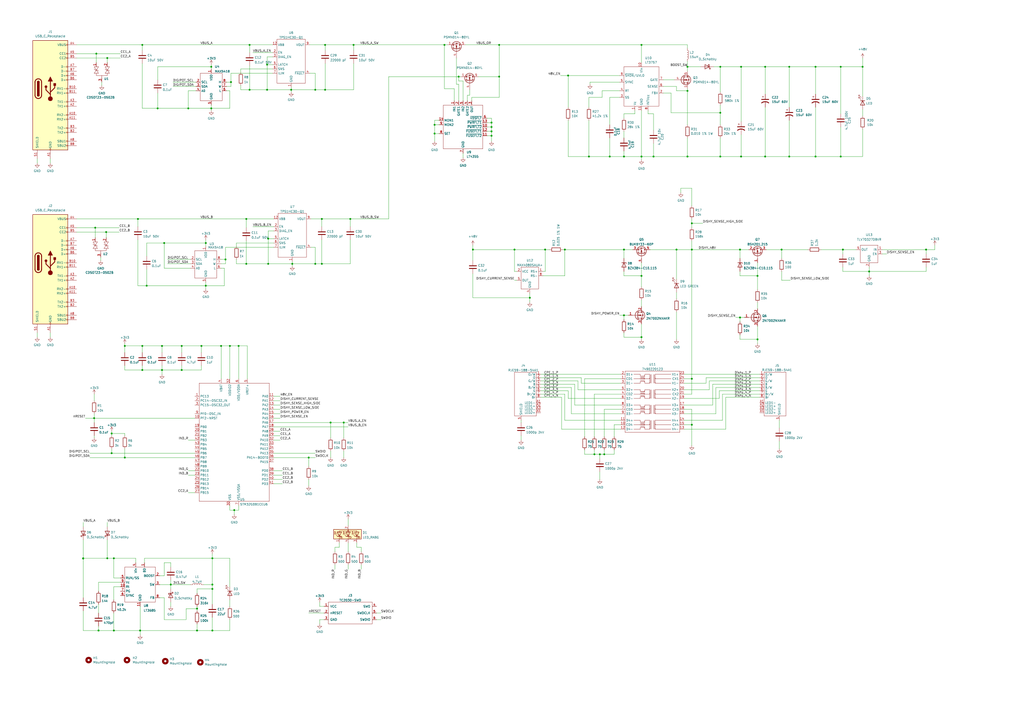
<source format=kicad_sch>
(kicad_sch (version 20211123) (generator eeschema)
  (paper "A2")
  (junction (at 154.94 37.465))
  (junction (at 341.63 90.805))
  (junction (at 307.34 172.72))
  (junction (at 105.41 214.63))
  (junction (at 417.83 90.805))
  (junction (at 457.835 90.805))
  (junction (at 119.38 140.97))
  (junction (at 105.41 200.66))
  (junction (at 72.39 265.43))
  (junction (at 81.28 365.76))
  (junction (at 443.865 90.805))
  (junction (at 361.95 144.78))
  (junction (at 116.84 200.66))
  (junction (at 199.39 245.11))
  (junction (at 327.66 144.78))
  (junction (at 182.88 52.07))
  (junction (at 72.39 200.66))
  (junction (at 61.595 134.62))
  (junction (at 298.45 144.78))
  (junction (at 182.88 153.035))
  (junction (at 48.26 323.85))
  (junction (at 169.545 153.035))
  (junction (at 205.105 26.035))
  (junction (at 123.19 323.85))
  (junction (at 252.095 77.47))
  (junction (at 285.115 78.74))
  (junction (at 66.04 323.85))
  (junction (at 289.56 44.45))
  (junction (at 66.04 365.76))
  (junction (at 401.32 129.54))
  (junction (at 93.98 214.63))
  (junction (at 48.26 323.977))
  (junction (at 504.19 157.48))
  (junction (at 398.78 38.735))
  (junction (at 488.95 144.78))
  (junction (at 123.19 365.76))
  (junction (at 398.78 90.805))
  (junction (at 537.21 144.78))
  (junction (at 401.32 246.38))
  (junction (at 144.78 26.035))
  (junction (at 95.25 140.97))
  (junction (at 361.95 182.88))
  (junction (at 398.78 52.705))
  (junction (at 439.42 160.02))
  (junction (at 316.23 144.78))
  (junction (at 135.89 295.91))
  (junction (at 372.11 90.805))
  (junction (at 285.115 71.12))
  (junction (at 379.095 90.805))
  (junction (at 252.095 72.39))
  (junction (at 186.69 127))
  (junction (at 401.32 144.78))
  (junction (at 114.3 353.06))
  (junction (at 122.555 38.735))
  (junction (at 82.55 200.66))
  (junction (at 123.19 339.09))
  (junction (at 457.835 38.735))
  (junction (at 443.865 38.735))
  (junction (at 142.875 153.035))
  (junction (at 62.23 33.655))
  (junction (at 417.83 65.405))
  (junction (at 473.075 90.805))
  (junction (at 188.595 52.07))
  (junction (at 64.77 251.46))
  (junction (at 372.11 195.58))
  (junction (at 54.61 242.57))
  (junction (at 91.44 62.865))
  (junction (at 168.91 52.07))
  (junction (at 188.595 26.035))
  (junction (at 122.555 62.865))
  (junction (at 80.01 127))
  (junction (at 55.88 31.115))
  (junction (at 350.52 263.525))
  (junction (at 55.245 132.08))
  (junction (at 439.42 196.85))
  (junction (at 133.985 47.625))
  (junction (at 99.06 339.09))
  (junction (at 347.98 263.525))
  (junction (at 429.895 90.805))
  (junction (at 500.38 38.735))
  (junction (at 329.565 43.815))
  (junction (at 82.55 214.63))
  (junction (at 274.32 144.78))
  (junction (at 179.07 265.43))
  (junction (at 487.68 38.735))
  (junction (at 109.22 62.865))
  (junction (at 429.895 38.735))
  (junction (at 154.94 52.07))
  (junction (at 257.81 26.035))
  (junction (at 130.81 150.495))
  (junction (at 64.77 262.89))
  (junction (at 203.2 127))
  (junction (at 401.32 219.71))
  (junction (at 372.11 26.035))
  (junction (at 285.115 73.66))
  (junction (at 392.43 144.78))
  (junction (at 417.83 38.735))
  (junction (at 186.69 153.035))
  (junction (at 289.56 26.035))
  (junction (at 62.23 323.85))
  (junction (at 285.115 76.2))
  (junction (at 473.075 38.735))
  (junction (at 123.19 341.63))
  (junction (at 155.575 138.43))
  (junction (at 128.27 200.66))
  (junction (at 142.875 127))
  (junction (at 85.09 165.735))
  (junction (at 429.26 184.15))
  (junction (at 93.98 200.66))
  (junction (at 372.11 160.02))
  (junction (at 453.39 144.78))
  (junction (at 119.38 165.735))
  (junction (at 429.26 144.78))
  (junction (at 487.68 90.805))
  (junction (at 155.575 153.035))
  (junction (at 133.35 200.66))
  (junction (at 361.95 90.805))
  (junction (at 144.78 52.07))
  (junction (at 191.77 245.11))
  (junction (at 82.55 26.035))
  (junction (at 266.065 44.45))
  (junction (at 114.3 365.76))
  (junction (at 353.695 90.805))
  (junction (at 138.43 200.66))
  (junction (at 344.805 263.525))
  (junction (at 57.15 365.76))
  (wire (pts (xy 179.07 355.6) (xy 187.96 355.6)))
  (wire (pts (xy 48.26 313.182) (xy 48.26 323.85)))
  (wire (pts (xy 429.26 184.15) (xy 431.8 184.15)))
  (wire (pts (xy 488.95 144.78) (xy 488.95 147.32)))
  (wire (pts (xy 360.045 240.03) (xy 331.47 240.03)))
  (wire (pts (xy 168.91 50.8) (xy 168.91 52.07)))
  (wire (pts (xy 443.865 90.805) (xy 457.835 90.805)))
  (wire (pts (xy 109.22 273.05) (xy 113.03 273.05)))
  (wire (pts (xy 335.28 220.98) (xy 335.28 226.06)))
  (wire (pts (xy 396.875 240.03) (xy 415.29 240.03)))
  (wire (pts (xy 54.61 242.57) (xy 54.61 245.11)))
  (wire (pts (xy 158.75 245.11) (xy 191.77 245.11)))
  (wire (pts (xy 398.78 90.805) (xy 417.83 90.805)))
  (wire (pts (xy 123.19 323.85) (xy 123.19 339.09)))
  (wire (pts (xy 97.155 153.035) (xy 110.49 153.035)))
  (wire (pts (xy 406.4 38.735) (xy 398.78 38.735)))
  (wire (pts (xy 179.07 265.43) (xy 182.88 265.43)))
  (wire (pts (xy 500.38 33.655) (xy 500.38 38.735)))
  (wire (pts (xy 389.255 65.405) (xy 417.83 65.405)))
  (wire (pts (xy 83.82 323.85) (xy 83.82 326.39)))
  (wire (pts (xy 252.095 72.39) (xy 252.095 77.47)))
  (wire (pts (xy 64.77 262.89) (xy 113.03 262.89)))
  (wire (pts (xy 274.32 144.78) (xy 274.32 142.24)))
  (wire (pts (xy 123.19 323.85) (xy 133.35 323.85)))
  (wire (pts (xy 504.19 154.94) (xy 504.19 157.48)))
  (wire (pts (xy 116.84 200.66) (xy 116.84 204.47)))
  (wire (pts (xy 372.11 90.805) (xy 379.095 90.805)))
  (wire (pts (xy 122.555 60.96) (xy 122.555 62.865)))
  (wire (pts (xy 419.1 243.84) (xy 419.1 228.6)))
  (wire (pts (xy 372.11 90.805) (xy 372.11 92.71)))
  (wire (pts (xy 154.94 37.465) (xy 158.115 37.465)))
  (wire (pts (xy 100.33 50.165) (xy 113.665 50.165)))
  (wire (pts (xy 64.77 250.19) (xy 64.77 251.46)))
  (wire (pts (xy 154.94 33.02) (xy 154.94 37.465)))
  (wire (pts (xy 398.78 90.805) (xy 398.78 80.01)))
  (wire (pts (xy 396.875 228.6) (xy 401.32 228.6)))
  (wire (pts (xy 396.875 222.25) (xy 409.575 222.25)))
  (wire (pts (xy 282.575 76.2) (xy 285.115 76.2)))
  (wire (pts (xy 122.555 62.865) (xy 133.35 62.865)))
  (wire (pts (xy 158.75 262.89) (xy 182.88 262.89)))
  (wire (pts (xy 379.095 66.04) (xy 375.92 66.04)))
  (wire (pts (xy 417.83 38.735) (xy 429.895 38.735)))
  (wire (pts (xy 58.42 149.225) (xy 58.42 151.13)))
  (wire (pts (xy 82.55 36.83) (xy 82.55 62.865)))
  (wire (pts (xy 282.575 78.74) (xy 285.115 78.74)))
  (wire (pts (xy 344.805 228.6) (xy 344.805 253.365)))
  (wire (pts (xy 394.97 111.76) (xy 394.97 109.22)))
  (wire (pts (xy 52.07 262.89) (xy 64.77 262.89)))
  (wire (pts (xy 168.91 52.07) (xy 168.91 53.34)))
  (wire (pts (xy 487.68 66.04) (xy 487.68 38.735)))
  (wire (pts (xy 69.85 340.36) (xy 66.04 340.36)))
  (wire (pts (xy 401.32 139.7) (xy 401.32 144.78)))
  (wire (pts (xy 69.85 335.28) (xy 66.04 335.28)))
  (wire (pts (xy 91.44 53.975) (xy 91.44 62.865)))
  (wire (pts (xy 54.61 228.6) (xy 54.61 232.41)))
  (wire (pts (xy 57.15 363.22) (xy 57.15 365.76)))
  (wire (pts (xy 81.28 351.79) (xy 81.28 365.76)))
  (wire (pts (xy 155.575 138.43) (xy 158.75 138.43)))
  (wire (pts (xy 361.95 87.63) (xy 361.95 90.805)))
  (wire (pts (xy 372.11 64.135) (xy 372.11 90.805)))
  (wire (pts (xy 105.41 200.66) (xy 105.41 204.47)))
  (wire (pts (xy 139.7 49.53) (xy 139.7 52.07)))
  (wire (pts (xy 95.25 359.41) (xy 107.95 359.41)))
  (wire (pts (xy 417.195 226.695) (xy 417.195 231.14)))
  (wire (pts (xy 313.69 217.17) (xy 360.045 217.17)))
  (wire (pts (xy 44.45 127) (xy 80.01 127)))
  (wire (pts (xy 271.145 58.42) (xy 271.145 55.245)))
  (wire (pts (xy 361.95 144.78) (xy 367.03 144.78)))
  (wire (pts (xy 72.39 199.39) (xy 72.39 200.66)))
  (wire (pts (xy 350.52 237.49) (xy 350.52 253.365)))
  (wire (pts (xy 341.63 90.805) (xy 353.695 90.805)))
  (wire (pts (xy 361.95 76.2) (xy 361.95 80.01)))
  (wire (pts (xy 426.72 184.15) (xy 429.26 184.15)))
  (wire (pts (xy 139.7 40.005) (xy 139.7 41.91)))
  (wire (pts (xy 80.01 127) (xy 80.01 131.445)))
  (wire (pts (xy 488.95 157.48) (xy 504.19 157.48)))
  (wire (pts (xy 128.27 150.495) (xy 130.81 150.495)))
  (wire (pts (xy 318.77 144.78) (xy 316.23 144.78)))
  (wire (pts (xy 133.35 52.705) (xy 133.35 62.865)))
  (wire (pts (xy 353.695 56.515) (xy 353.695 72.39)))
  (wire (pts (xy 327.66 243.84) (xy 327.66 228.6)))
  (wire (pts (xy 158.75 242.57) (xy 162.56 242.57)))
  (wire (pts (xy 158.75 247.65) (xy 201.93 247.65)))
  (wire (pts (xy 91.44 62.865) (xy 109.22 62.865)))
  (wire (pts (xy 266.065 44.45) (xy 267.335 44.45)))
  (wire (pts (xy 29.21 92.075) (xy 29.21 94.615)))
  (wire (pts (xy 329.565 231.14) (xy 360.045 231.14)))
  (wire (pts (xy 396.875 217.17) (xy 440.69 217.17)))
  (wire (pts (xy 392.43 169.545) (xy 392.43 173.355)))
  (wire (pts (xy 282.575 68.58) (xy 285.115 68.58)))
  (wire (pts (xy 417.195 231.14) (xy 396.875 231.14)))
  (wire (pts (xy 82.55 200.66) (xy 82.55 204.47)))
  (wire (pts (xy 473.075 90.805) (xy 487.68 90.805)))
  (wire (pts (xy 48.26 365.76) (xy 57.15 365.76)))
  (wire (pts (xy 398.78 27.94) (xy 398.78 26.035)))
  (wire (pts (xy 133.35 323.85) (xy 133.35 340.36)))
  (wire (pts (xy 107.95 353.06) (xy 114.3 353.06)))
  (wire (pts (xy 266.065 48.895) (xy 264.795 48.895)))
  (wire (pts (xy 349.25 52.705) (xy 349.25 56.515)))
  (wire (pts (xy 158.75 250.19) (xy 162.56 250.19)))
  (wire (pts (xy 392.43 50.165) (xy 392.43 52.705)))
  (wire (pts (xy 415.29 240.03) (xy 415.29 224.79)))
  (wire (pts (xy 401.32 129.54) (xy 401.32 132.08)))
  (wire (pts (xy 444.5 144.78) (xy 453.39 144.78)))
  (wire (pts (xy 191.77 245.11) (xy 199.39 245.11)))
  (wire (pts (xy 439.42 189.23) (xy 439.42 196.85)))
  (wire (pts (xy 266.065 58.42) (xy 266.065 48.895)))
  (wire (pts (xy 401.32 144.78) (xy 401.32 219.71)))
  (wire (pts (xy 93.98 200.66) (xy 105.41 200.66)))
  (wire (pts (xy 356.235 263.525) (xy 356.235 260.985)))
  (wire (pts (xy 339.09 219.71) (xy 360.045 219.71)))
  (wire (pts (xy 185.42 349.25) (xy 185.42 351.79)))
  (wire (pts (xy 61.595 134.62) (xy 69.215 134.62)))
  (wire (pts (xy 158.75 280.67) (xy 163.83 280.67)))
  (wire (pts (xy 452.12 243.84) (xy 452.12 248.285)))
  (wire (pts (xy 266.065 46.99) (xy 268.605 46.99)))
  (wire (pts (xy 54.61 240.03) (xy 54.61 242.57)))
  (wire (pts (xy 203.2 127) (xy 203.2 131.445)))
  (wire (pts (xy 440.69 222.885) (xy 413.385 222.885)))
  (wire (pts (xy 99.06 339.09) (xy 99.06 336.55)))
  (wire (pts (xy 179.705 42.545) (xy 182.88 42.545)))
  (wire (pts (xy 331.47 224.79) (xy 313.69 224.79)))
  (wire (pts (xy 158.75 232.41) (xy 162.56 232.41)))
  (wire (pts (xy 285.115 73.66) (xy 285.115 76.2)))
  (wire (pts (xy 203.2 153.035) (xy 186.69 153.035)))
  (wire (pts (xy 114.3 341.63) (xy 123.19 341.63)))
  (wire (pts (xy 158.75 275.59) (xy 163.83 275.59)))
  (wire (pts (xy 144.78 52.07) (xy 154.94 52.07)))
  (wire (pts (xy 401.32 246.38) (xy 401.32 258.445)))
  (wire (pts (xy 313.69 220.98) (xy 335.28 220.98)))
  (wire (pts (xy 298.45 162.56) (xy 299.72 162.56)))
  (wire (pts (xy 396.875 237.49) (xy 401.32 237.49)))
  (wire (pts (xy 453.39 162.56) (xy 458.47 162.56)))
  (wire (pts (xy 116.84 200.66) (xy 128.27 200.66)))
  (wire (pts (xy 122.555 38.735) (xy 122.555 40.005)))
  (wire (pts (xy 185.42 361.95) (xy 185.42 359.41)))
  (wire (pts (xy 218.44 355.6) (xy 220.98 355.6)))
  (wire (pts (xy 329.565 43.815) (xy 359.41 43.815)))
  (wire (pts (xy 314.96 157.48) (xy 316.23 157.48)))
  (wire (pts (xy 285.115 76.2) (xy 285.115 78.74)))
  (wire (pts (xy 179.07 265.43) (xy 179.07 270.51)))
  (wire (pts (xy 80.01 139.065) (xy 80.01 165.735)))
  (wire (pts (xy 109.22 255.27) (xy 113.03 255.27)))
  (wire (pts (xy 133.985 50.165) (xy 133.985 47.625)))
  (wire (pts (xy 154.94 52.07) (xy 154.94 37.465)))
  (wire (pts (xy 92.71 339.09) (xy 99.06 339.09)))
  (wire (pts (xy 488.95 144.78) (xy 496.57 144.78)))
  (wire (pts (xy 457.835 90.805) (xy 473.075 90.805)))
  (wire (pts (xy 123.19 341.63) (xy 123.19 350.52)))
  (wire (pts (xy 188.595 26.035) (xy 188.595 29.21)))
  (wire (pts (xy 135.89 295.91) (xy 138.43 295.91)))
  (wire (pts (xy 289.56 56.515) (xy 289.56 44.45)))
  (wire (pts (xy 199.39 261.62) (xy 199.39 265.43)))
  (wire (pts (xy 155.575 133.985) (xy 155.575 138.43)))
  (wire (pts (xy 123.19 339.09) (xy 123.19 341.63)))
  (wire (pts (xy 91.44 38.735) (xy 122.555 38.735)))
  (wire (pts (xy 429.895 78.105) (xy 429.895 90.805)))
  (wire (pts (xy 105.41 212.09) (xy 105.41 214.63)))
  (wire (pts (xy 359.41 182.88) (xy 361.95 182.88)))
  (wire (pts (xy 329.565 90.805) (xy 341.63 90.805)))
  (wire (pts (xy 417.83 38.735) (xy 417.83 53.34)))
  (wire (pts (xy 158.75 229.87) (xy 162.56 229.87)))
  (wire (pts (xy 327.66 144.78) (xy 327.66 160.02)))
  (wire (pts (xy 316.23 144.78) (xy 316.23 157.48)))
  (wire (pts (xy 128.27 155.575) (xy 130.175 155.575)))
  (wire (pts (xy 313.69 222.885) (xy 333.375 222.885)))
  (wire (pts (xy 274.32 151.13) (xy 274.32 144.78)))
  (wire (pts (xy 252.095 72.39) (xy 254.635 72.39)))
  (wire (pts (xy 429.26 157.48) (xy 429.26 160.02)))
  (wire (pts (xy 384.81 50.165) (xy 392.43 50.165)))
  (wire (pts (xy 44.45 33.655) (xy 62.23 33.655)))
  (wire (pts (xy 107.95 359.41) (xy 107.95 353.06)))
  (wire (pts (xy 119.38 140.97) (xy 119.38 142.875)))
  (wire (pts (xy 133.35 295.91) (xy 135.89 295.91)))
  (wire (pts (xy 128.27 200.66) (xy 128.27 219.71)))
  (wire (pts (xy 417.83 90.805) (xy 417.83 80.01)))
  (wire (pts (xy 114.3 365.76) (xy 123.19 365.76)))
  (wire (pts (xy 48.26 354.33) (xy 48.26 365.76)))
  (wire (pts (xy 372.11 26.035) (xy 372.11 36.195)))
  (wire (pts (xy 347.98 263.525) (xy 350.52 263.525)))
  (wire (pts (xy 500.38 63.5) (xy 500.38 67.31)))
  (wire (pts (xy 511.81 147.32) (xy 514.35 147.32)))
  (wire (pts (xy 207.01 314.96) (xy 207.01 317.5)))
  (wire (pts (xy 277.495 44.45) (xy 289.56 44.45)))
  (wire (pts (xy 421.005 230.505) (xy 421.005 248.92)))
  (wire (pts (xy 123.19 321.31) (xy 123.19 323.85)))
  (wire (pts (xy 439.42 196.85) (xy 439.42 199.39)))
  (wire (pts (xy 339.09 263.525) (xy 344.805 263.525)))
  (wire (pts (xy 180.34 143.51) (xy 182.88 143.51)))
  (wire (pts (xy 57.15 337.82) (xy 57.15 342.9)))
  (wire (pts (xy 116.84 212.09) (xy 116.84 214.63)))
  (wire (pts (xy 325.755 230.505) (xy 325.755 248.92)))
  (wire (pts (xy 182.88 153.035) (xy 169.545 153.035)))
  (wire (pts (xy 201.93 314.96) (xy 201.93 320.04)))
  (wire (pts (xy 186.69 127) (xy 186.69 131.445)))
  (wire (pts (xy 179.07 278.13) (xy 179.07 281.94)))
  (wire (pts (xy 344.805 263.525) (xy 347.98 263.525)))
  (wire (pts (xy 274.32 172.72) (xy 307.34 172.72)))
  (wire (pts (xy 368.3 66.04) (xy 368.3 64.135)))
  (wire (pts (xy 331.47 240.03) (xy 331.47 224.79)))
  (wire (pts (xy 62.23 313.182) (xy 62.23 323.85)))
  (wire (pts (xy 137.16 150.495) (xy 137.16 153.035)))
  (wire (pts (xy 131.445 50.165) (xy 133.985 50.165)))
  (wire (pts (xy 411.48 226.06) (xy 396.875 226.06)))
  (wire (pts (xy 353.695 56.515) (xy 359.41 56.515)))
  (wire (pts (xy 274.32 144.78) (xy 298.45 144.78)))
  (wire (pts (xy 144.78 26.035) (xy 144.78 30.48)))
  (wire (pts (xy 158.75 237.49) (xy 162.56 237.49)))
  (wire (pts (xy 201.93 300.99) (xy 201.93 304.8)))
  (wire (pts (xy 473.075 38.735) (xy 473.075 54.61)))
  (wire (pts (xy 273.685 56.515) (xy 289.56 56.515)))
  (wire (pts (xy 282.575 71.12) (xy 285.115 71.12)))
  (wire (pts (xy 429.26 144.78) (xy 434.34 144.78)))
  (wire (pts (xy 417.83 60.96) (xy 417.83 65.405)))
  (wire (pts (xy 272.415 52.07) (xy 272.415 55.245)))
  (wire (pts (xy 443.865 38.735) (xy 443.865 54.61)))
  (wire (pts (xy 57.15 350.52) (xy 57.15 355.6)))
  (wire (pts (xy 413.385 222.885) (xy 413.385 234.95)))
  (wire (pts (xy 285.115 71.12) (xy 285.115 73.66)))
  (wire (pts (xy 72.39 214.63) (xy 82.55 214.63)))
  (wire (pts (xy 133.35 293.37) (xy 133.35 295.91)))
  (wire (pts (xy 138.43 293.37) (xy 138.43 295.91)))
  (wire (pts (xy 396.875 219.71) (xy 401.32 219.71)))
  (wire (pts (xy 143.51 200.66) (xy 143.51 219.71)))
  (wire (pts (xy 372.11 160.02) (xy 372.11 152.4)))
  (wire (pts (xy 66.04 323.85) (xy 78.74 323.85)))
  (wire (pts (xy 92.71 334.01) (xy 95.25 334.01)))
  (wire (pts (xy 257.81 51.435) (xy 257.81 26.035)))
  (wire (pts (xy 114.3 344.17) (xy 114.3 341.63)))
  (wire (pts (xy 122.555 37.465) (xy 122.555 38.735)))
  (wire (pts (xy 252.095 77.47) (xy 252.095 81.915)))
  (wire (pts (xy 158.75 133.985) (xy 155.575 133.985)))
  (wire (pts (xy 414.02 38.735) (xy 417.83 38.735)))
  (wire (pts (xy 252.095 69.85) (xy 252.095 72.39)))
  (wire (pts (xy 118.11 339.09) (xy 123.19 339.09)))
  (wire (pts (xy 66.04 340.36) (xy 66.04 347.98)))
  (wire (pts (xy 282.575 73.66) (xy 285.115 73.66)))
  (wire (pts (xy 350.52 260.985) (xy 350.52 263.525)))
  (wire (pts (xy 401.32 144.78) (xy 429.26 144.78)))
  (wire (pts (xy 133.985 42.545) (xy 133.985 47.625)))
  (wire (pts (xy 307.34 170.18) (xy 307.34 172.72)))
  (wire (pts (xy 384.81 53.975) (xy 389.255 53.975)))
  (wire (pts (xy 122.555 62.865) (xy 122.555 64.135)))
  (wire (pts (xy 44.45 26.035) (xy 82.55 26.035)))
  (wire (pts (xy 398.78 90.805) (xy 379.095 90.805)))
  (wire (pts (xy 360.045 222.25) (xy 337.185 222.25)))
  (wire (pts (xy 199.39 254) (xy 199.39 245.11)))
  (wire (pts (xy 207.01 317.5) (xy 209.55 317.5)))
  (wire (pts (xy 109.22 285.75) (xy 113.03 285.75)))
  (wire (pts (xy 401.32 219.71) (xy 401.32 228.6)))
  (wire (pts (xy 168.91 52.07) (xy 154.94 52.07)))
  (wire (pts (xy 487.68 90.805) (xy 487.68 73.66)))
  (wire (pts (xy 119.38 165.735) (xy 130.175 165.735)))
  (wire (pts (xy 225.425 44.45) (xy 266.065 44.45)))
  (wire (pts (xy 119.38 163.83) (xy 119.38 165.735)))
  (wire (pts (xy 457.835 38.735) (xy 457.835 62.23)))
  (wire (pts (xy 264.795 33.655) (xy 264.795 48.895)))
  (wire (pts (xy 384.81 46.355) (xy 391.16 46.355)))
  (wire (pts (xy 82.55 62.865) (xy 91.44 62.865)))
  (wire (pts (xy 64.77 260.35) (xy 64.77 262.89)))
  (wire (pts (xy 398.78 52.705) (xy 398.78 72.39)))
  (wire (pts (xy 52.07 265.43) (xy 72.39 265.43)))
  (wire (pts (xy 252.095 69.85) (xy 254.635 69.85)))
  (wire (pts (xy 146.685 30.48) (xy 158.115 30.48)))
  (wire (pts (xy 339.09 260.985) (xy 339.09 263.525)))
  (wire (pts (xy 327.66 144.78) (xy 361.95 144.78)))
  (wire (pts (xy 194.31 327.66) (xy 194.31 330.2)))
  (wire (pts (xy 93.98 204.47) (xy 93.98 200.66)))
  (wire (pts (xy 61.595 137.795) (xy 61.595 134.62)))
  (wire (pts (xy 128.27 200.66) (xy 133.35 200.66)))
  (wire (pts (xy 263.525 51.435) (xy 257.81 51.435)))
  (wire (pts (xy 133.35 347.98) (xy 133.35 351.79)))
  (wire (pts (xy 313.69 226.695) (xy 329.565 226.695)))
  (wire (pts (xy 419.1 228.6) (xy 440.69 228.6)))
  (wire (pts (xy 398.78 52.705) (xy 398.78 51.435)))
  (wire (pts (xy 95.25 140.97) (xy 85.09 140.97)))
  (wire (pts (xy 186.69 153.035) (xy 182.88 153.035)))
  (wire (pts (xy 440.69 230.505) (xy 421.005 230.505)))
  (wire (pts (xy 62.23 33.655) (xy 69.85 33.655)))
  (wire (pts (xy 396.875 246.38) (xy 401.32 246.38)))
  (wire (pts (xy 396.875 243.84) (xy 419.1 243.84)))
  (wire (pts (xy 116.84 214.63) (xy 105.41 214.63)))
  (wire (pts (xy 72.39 260.35) (xy 72.39 265.43)))
  (wire (pts (xy 188.595 52.07) (xy 182.88 52.07)))
  (wire (pts (xy 191.77 245.11) (xy 191.77 254)))
  (wire (pts (xy 66.04 323.85) (xy 66.04 335.28)))
  (wire (pts (xy 133.985 42.545) (xy 158.115 42.545)))
  (wire (pts (xy 452.12 255.905) (xy 452.12 260.35)))
  (wire (pts (xy 299.72 157.48) (xy 298.45 157.48)))
  (wire (pts (xy 55.88 31.115) (xy 69.85 31.115)))
  (wire (pts (xy 179.705 26.035) (xy 188.595 26.035)))
  (wire (pts (xy 417.83 65.405) (xy 417.83 72.39)))
  (wire (pts (xy 476.25 144.78) (xy 488.95 144.78)))
  (wire (pts (xy 333.375 234.95) (xy 360.045 234.95)))
  (wire (pts (xy 199.39 245.11) (xy 201.93 245.11)))
  (wire (pts (xy 21.59 92.075) (xy 21.59 94.615)))
  (wire (pts (xy 443.865 62.23) (xy 443.865 90.805)))
  (wire (pts (xy 119.38 139.065) (xy 119.38 140.97)))
  (wire (pts (xy 398.78 35.56) (xy 398.78 38.735)))
  (wire (pts (xy 389.255 53.975) (xy 389.255 65.405)))
  (wire (pts (xy 169.545 153.035) (xy 155.575 153.035)))
  (wire (pts (xy 313.69 230.505) (xy 325.755 230.505)))
  (wire (pts (xy 504.19 157.48) (xy 537.21 157.48)))
  (wire (pts (xy 333.375 222.885) (xy 333.375 234.95)))
  (wire (pts (xy 500.38 74.93) (xy 500.38 90.805)))
  (wire (pts (xy 113.665 52.705) (xy 109.22 52.705)))
  (wire (pts (xy 114.3 353.06) (xy 114.3 351.79)))
  (wire (pts (xy 392.43 144.78) (xy 392.43 161.925)))
  (wire (pts (xy 133.35 359.41) (xy 133.35 365.76)))
  (wire (pts (xy 487.68 38.735) (xy 500.38 38.735)))
  (wire (pts (xy 488.95 154.94) (xy 488.95 157.48)))
  (wire (pts (xy 72.39 204.47) (xy 72.39 200.66)))
  (wire (pts (xy 421.005 248.92) (xy 396.875 248.92)))
  (wire (pts (xy 273.685 58.42) (xy 273.685 56.515)))
  (wire (pts (xy 66.04 365.76) (xy 81.28 365.76)))
  (wire (pts (xy 356.235 246.38) (xy 360.045 246.38)))
  (wire (pts (xy 356.235 253.365) (xy 356.235 246.38)))
  (wire (pts (xy 360.045 228.6) (xy 344.805 228.6)))
  (wire (pts (xy 271.145 55.245) (xy 272.415 55.245)))
  (wire (pts (xy 191.77 261.62) (xy 191.77 265.43)))
  (wire (pts (xy 440.69 226.695) (xy 417.195 226.695)))
  (wire (pts (xy 85.09 140.97) (xy 85.09 148.59)))
  (wire (pts (xy 82.55 212.09) (xy 82.55 214.63)))
  (wire (pts (xy 361.95 144.78) (xy 361.95 149.86)))
  (wire (pts (xy 350.52 263.525) (xy 356.235 263.525)))
  (wire (pts (xy 353.695 80.01) (xy 353.695 90.805)))
  (wire (pts (xy 401.32 129.54) (xy 407.67 129.54)))
  (wire (pts (xy 44.45 31.115) (xy 55.88 31.115)))
  (wire (pts (xy 344.805 260.985) (xy 344.805 263.525)))
  (wire (pts (xy 123.19 323.85) (xy 83.82 323.85)))
  (wire (pts (xy 453.39 144.78) (xy 453.39 149.86)))
  (wire (pts (xy 93.98 212.09) (xy 93.98 214.63)))
  (wire (pts (xy 392.43 144.78) (xy 401.32 144.78)))
  (wire (pts (xy 537.21 144.78) (xy 542.29 144.78)))
  (wire (pts (xy 72.39 265.43) (xy 113.03 265.43)))
  (wire (pts (xy 473.075 38.735) (xy 487.68 38.735)))
  (wire (pts (xy 182.88 143.51) (xy 182.88 153.035)))
  (wire (pts (xy 138.43 200.66) (xy 143.51 200.66)))
  (wire (pts (xy 347.98 273.685) (xy 347.98 278.13)))
  (wire (pts (xy 329.565 43.815) (xy 329.565 62.23)))
  (wire (pts (xy 85.09 165.735) (xy 85.09 156.21)))
  (wire (pts (xy 325.755 248.92) (xy 360.045 248.92)))
  (wire (pts (xy 158.75 273.05) (xy 163.83 273.05)))
  (wire (pts (xy 82.55 200.66) (xy 93.98 200.66)))
  (wire (pts (xy 64.77 251.46) (xy 64.77 252.73)))
  (wire (pts (xy 62.23 33.655) (xy 62.23 36.195)))
  (wire (pts (xy 439.42 160.02) (xy 439.42 152.4)))
  (wire (pts (xy 415.29 224.79) (xy 440.69 224.79)))
  (wire (pts (xy 146.685 131.445) (xy 158.75 131.445)))
  (wire (pts (xy 341.63 69.85) (xy 341.63 90.805)))
  (wire (pts (xy 182.88 52.07) (xy 168.91 52.07)))
  (wire (pts (xy 133.35 200.66) (xy 138.43 200.66)))
  (wire (pts (xy 429.895 90.805) (xy 417.83 90.805)))
  (wire (pts (xy 55.88 31.115) (xy 55.88 36.195)))
  (wire (pts (xy 401.32 127) (xy 401.32 129.54)))
  (wire (pts (xy 205.105 52.07) (xy 188.595 52.07)))
  (wire (pts (xy 394.97 109.22) (xy 401.32 109.22)))
  (wire (pts (xy 269.875 26.035) (xy 289.56 26.035)))
  (wire (pts (xy 325.12 43.815) (xy 329.565 43.815)))
  (wire (pts (xy 158.75 255.27) (xy 162.56 255.27)))
  (wire (pts (xy 169.545 151.765) (xy 169.545 153.035)))
  (wire (pts (xy 72.39 212.09) (xy 72.39 214.63)))
  (wire (pts (xy 119.38 140.97) (xy 95.25 140.97)))
  (wire (pts (xy 142.875 127) (xy 142.875 132.08)))
  (wire (pts (xy 360.045 237.49) (xy 350.52 237.49)))
  (wire (pts (xy 252.095 77.47) (xy 254.635 77.47)))
  (wire (pts (xy 133.35 200.66) (xy 133.35 219.71)))
  (wire (pts (xy 109.22 62.865) (xy 122.555 62.865)))
  (wire (pts (xy 142.875 139.7) (xy 142.875 153.035)))
  (wire (pts (xy 196.85 317.5) (xy 194.31 317.5)))
  (wire (pts (xy 137.16 153.035) (xy 142.875 153.035)))
  (wire (pts (xy 188.595 36.83) (xy 188.595 52.07)))
  (wire (pts (xy 337.185 219.075) (xy 313.69 219.075)))
  (wire (pts (xy 409.575 222.25) (xy 409.575 219.075)))
  (wire (pts (xy 188.595 26.035) (xy 205.105 26.035)))
  (wire (pts (xy 361.95 90.805) (xy 372.11 90.805)))
  (wire (pts (xy 361.95 182.88) (xy 361.95 185.42)))
  (wire (pts (xy 326.39 144.78) (xy 327.66 144.78)))
  (wire (pts (xy 93.98 214.63) (xy 93.98 217.17)))
  (wire (pts (xy 511.81 144.78) (xy 537.21 144.78)))
  (wire (pts (xy 409.575 219.075) (xy 440.69 219.075)))
  (wire (pts (xy 158.75 234.95) (xy 162.56 234.95)))
  (wire (pts (xy 201.93 327.66) (xy 201.93 330.2)))
  (wire (pts (xy 142.875 153.035) (xy 155.575 153.035)))
  (wire (pts (xy 457.835 38.735) (xy 473.075 38.735)))
  (wire (pts (xy 377.19 144.78) (xy 392.43 144.78)))
  (wire (pts (xy 307.34 172.72) (xy 307.34 175.26)))
  (wire (pts (xy 137.16 140.97) (xy 158.75 140.97)))
  (wire (pts (xy 205.105 36.83) (xy 205.105 52.07)))
  (wire (pts (xy 316.23 144.78) (xy 298.45 144.78)))
  (wire (pts (xy 138.43 200.66) (xy 138.43 219.71)))
  (wire (pts (xy 69.85 337.82) (xy 57.15 337.82)))
  (wire (pts (xy 44.45 132.08) (xy 55.245 132.08)))
  (wire (pts (xy 130.81 153.035) (xy 130.81 150.495)))
  (wire (pts (xy 439.42 160.02) (xy 439.42 167.894)))
  (wire (pts (xy 130.81 143.51) (xy 158.75 143.51)))
  (wire (pts (xy 131.445 52.705) (xy 133.35 52.705)))
  (wire (pts (xy 139.7 52.07) (xy 144.78 52.07)))
  (wire (pts (xy 158.75 240.03) (xy 162.56 240.03)))
  (wire (pts (xy 537.21 147.32) (xy 537.21 144.78)))
  (wire (pts (xy 158.75 252.73) (xy 162.56 252.73)))
  (wire (pts (xy 78.74 323.85) (xy 78.74 326.39)))
  (wire (pts (xy 185.42 359.41) (xy 187.96 359.41)))
  (wire (pts (xy 361.95 157.48) (xy 361.95 160.02)))
  (wire (pts (xy 392.43 180.975) (xy 392.43 196.85)))
  (wire (pts (xy 66.04 355.6) (xy 66.04 365.76)))
  (wire (pts (xy 95.25 346.71) (xy 95.25 359.41)))
  (wire (pts (xy 59.055 47.625) (xy 59.055 49.53)))
  (wire (pts (xy 453.39 157.48) (xy 453.39 162.56)))
  (wire (pts (xy 48.26 323.977) (xy 48.26 346.71)))
  (wire (pts (xy 361.95 160.02) (xy 372.11 160.02)))
  (wire (pts (xy 62.23 303.022) (xy 62.23 305.562)))
  (wire (pts (xy 263.525 58.42) (xy 263.525 51.435)))
  (wire (pts (xy 401.32 237.49) (xy 401.32 246.38)))
  (wire (pts (xy 327.66 228.6) (xy 313.69 228.6)))
  (wire (pts (xy 133.35 365.76) (xy 123.19 365.76)))
  (wire (pts (xy 130.175 155.575) (xy 130.175 165.735)))
  (wire (pts (xy 95.25 326.39) (xy 95.25 334.01)))
  (wire (pts (xy 413.385 234.95) (xy 396.875 234.95)))
  (wire (pts (xy 80.01 165.735) (xy 85.09 165.735)))
  (wire (pts (xy 185.42 351.79) (xy 187.96 351.79)))
  (wire (pts (xy 105.41 214.63) (xy 93.98 214.63)))
  (wire (pts (xy 537.21 157.48) (xy 537.21 154.94)))
  (wire (pts (xy 81.28 365.76) (xy 81.28 368.3)))
  (wire (pts (xy 82.55 26.035) (xy 144.78 26.035)))
  (wire (pts (xy 194.31 317.5) (xy 194.31 320.04)))
  (wire (pts (xy 500.38 38.735) (xy 500.38 55.88)))
  (wire (pts (xy 155.575 153.035) (xy 155.575 138.43)))
  (wire (pts (xy 100.33 47.625) (xy 113.665 47.625)))
  (wire (pts (xy 285.115 68.58) (xy 285.115 71.12)))
  (wire (pts (xy 209.55 327.66) (xy 209.55 330.2)))
  (wire (pts (xy 81.28 365.76) (xy 114.3 365.76)))
  (wire (pts (xy 54.61 252.73) (xy 54.61 254)))
  (wire (pts (xy 257.81 26.035) (xy 259.715 26.035)))
  (wire (pts (xy 72.39 200.66) (xy 82.55 200.66)))
  (wire (pts (xy 99.06 326.39) (xy 95.25 326.39)))
  (wire (pts (xy 182.88 42.545) (xy 182.88 52.07)))
  (wire (pts (xy 186.69 127) (xy 203.2 127)))
  (wire (pts (xy 109.22 275.59) (xy 113.03 275.59)))
  (wire (pts (xy 542.29 144.78) (xy 542.29 142.24)))
  (wire (pts (xy 443.865 38.735) (xy 457.835 38.735)))
  (wire (pts (xy 392.43 52.705) (xy 398.78 52.705)))
  (wire (pts (xy 109.22 52.705) (xy 109.22 62.865)))
  (wire (pts (xy 72.39 252.73) (xy 72.39 251.46)))
  (wire (pts (xy 268.605 88.9) (xy 268.605 91.44)))
  (wire (pts (xy 372.11 26.035) (xy 398.78 26.035)))
  (wire (pts (xy 342.265 47.625) (xy 359.41 47.625)))
  (wire (pts (xy 353.695 90.805) (xy 361.95 90.805)))
  (wire (pts (xy 372.11 173.99) (xy 372.11 177.8)))
  (wire (pts (xy 128.27 153.035) (xy 130.81 153.035)))
  (wire (pts (xy 123.19 365.76) (xy 123.19 358.14)))
  (wire (pts (xy 289.56 26.035) (xy 289.56 44.45)))
  (wire (pts (xy 131.445 47.625) (xy 133.985 47.625)))
  (wire (pts (xy 360.045 243.84) (xy 327.66 243.84)))
  (wire (pts (xy 180.34 127) (xy 186.69 127)))
  (wire (pts (xy 135.89 295.91) (xy 135.89 298.45)))
  (wire (pts (xy 341.63 56.515) (xy 349.25 56.515)))
  (wire (pts (xy 429.26 144.78) (xy 429.26 149.86)))
  (wire (pts (xy 361.95 68.58) (xy 361.95 66.04)))
  (wire (pts (xy 440.69 220.98) (xy 411.48 220.98)))
  (wire (pts (xy 91.44 46.355) (xy 91.44 38.735)))
  (wire (pts (xy 95.25 155.575) (xy 110.49 155.575)))
  (wire (pts (xy 82.55 26.035) (xy 82.55 29.21)))
  (wire (pts (xy 342.265 47.625) (xy 342.265 48.895)))
  (wire (pts (xy 203.2 139.065) (xy 203.2 153.035)))
  (wire (pts (xy 274.32 158.75) (xy 274.32 172.72)))
  (wire (pts (xy 429.26 194.31) (xy 429.26 196.85)))
  (wire (pts (xy 361.95 182.88) (xy 364.49 182.88)))
  (wire (pts (xy 429.895 90.805) (xy 443.865 90.805)))
  (wire (pts (xy 169.545 153.035) (xy 169.545 154.305)))
  (wire (pts (xy 361.95 195.58) (xy 372.11 195.58)))
  (wire (pts (xy 55.245 132.08) (xy 69.215 132.08)))
  (wire (pts (xy 205.105 26.035) (xy 205.105 29.21)))
  (wire (pts (xy 341.63 56.515) (xy 341.63 62.23)))
  (wire (pts (xy 500.38 90.805) (xy 487.68 90.805)))
  (wire (pts (xy 48.26 303.022) (xy 48.26 305.562)))
  (wire (pts (xy 473.075 62.23) (xy 473.075 90.805)))
  (wire (pts (xy 225.425 44.45) (xy 225.425 127)))
  (wire (pts (xy 99.06 328.93) (xy 99.06 326.39)))
  (wire (pts (xy 504.19 157.48) (xy 504.19 160.02)))
  (wire (pts (xy 429.26 196.85) (xy 439.42 196.85)))
  (wire (pts (xy 361.95 193.04) (xy 361.95 195.58)))
  (wire (pts (xy 359.41 52.705) (xy 349.25 52.705)))
  (wire (pts (xy 429.895 38.735) (xy 429.895 70.485)))
  (wire (pts (xy 158.75 265.43) (xy 179.07 265.43)))
  (wire (pts (xy 82.55 214.63) (xy 93.98 214.63)))
  (wire (pts (xy 158.75 278.13) (xy 163.83 278.13)))
  (wire (pts (xy 144.78 26.035) (xy 158.115 26.035)))
  (wire (pts (xy 329.565 226.695) (xy 329.565 231.14)))
  (wire (pts (xy 99.06 339.09) (xy 99.06 341.63)))
  (wire (pts (xy 372.11 195.58) (xy 372.11 196.85)))
  (wire (pts (xy 372.11 160.02) (xy 372.11 166.37)))
  (wire (pts (xy 218.44 359.41) (xy 220.98 359.41)))
  (wire (pts (xy 339.09 253.365) (xy 339.09 219.71)))
  (wire (pts (xy 130.81 150.495) (xy 130.81 143.51)))
  (wire (pts (xy 314.96 160.02) (xy 327.66 160.02)))
  (wire (pts (xy 158.115 33.02) (xy 154.94 33.02)))
  (wire (pts (xy 266.065 44.45) (xy 266.065 46.99)))
  (wire (pts (xy 347.98 263.525) (xy 347.98 266.065)))
  (wire (pts (xy 375.92 66.04) (xy 375.92 64.135)))
  (wire (pts (xy 298.45 144.78) (xy 298.45 157.48)))
  (wire (pts (xy 302.26 243.84) (xy 302.26 245.11)))
  (wire (pts (xy 48.26 323.85) (xy 62.23 323.85)))
  (wire (pts (xy 119.38 165.735) (xy 119.38 167.64)))
  (wire (pts (xy 289.56 26.035) (xy 372.11 26.035)))
  (wire (pts (xy 268.605 46.99) (xy 268.605 58.42)))
  (wire (pts (xy 302.26 252.73) (xy 302.26 255.27)))
  (wire (pts (xy 337.185 222.25) (xy 337.185 219.075)))
  (wire (pts (xy 44.45 134.62) (xy 61.595 134.62)))
  (wire (pts (xy 105.41 200.66) (xy 116.84 200.66)))
  (wire (pts (xy 57.15 365.76) (xy 66.04 365.76)))
  (wire (pts (xy 97.155 150.495) (xy 110.49 150.495)))
  (wire (pts (xy 205.105 26.035) (xy 257.81 26.035)))
  (wire (pts (xy 64.77 251.46) (xy 72.39 251.46)))
  (wire (pts (xy 361.95 66.04) (xy 368.3 66.04)))
  (wire (pts (xy 99.06 349.25) (xy 99.06 351.79)))
  (wire (pts (xy 203.2 127) (xy 225.425 127)))
  (wire (pts (xy 186.69 139.065) (xy 186.69 153.035)))
  (wire (pts (xy 457.835 69.85) (xy 457.835 90.805)))
  (wire (pts (xy 54.61 242.57) (xy 113.03 242.57)))
  (wire (pts (xy 379.095 75.565) (xy 379.095 66.04)))
  (wire (pts (xy 158.115 40.005) (xy 139.7 40.005)))
  (wire (pts (xy 137.16 142.875) (xy 137.16 140.97)))
  (wire (pts (xy 429.26 184.15) (xy 429.26 186.69)))
  (wire (pts (xy 379.095 83.185) (xy 379.095 90.805)))
  (wire (pts (xy 429.895 38.735) (xy 443.865 38.735)))
  (wire (pts (xy 62.23 323.85) (xy 66.04 323.85)))
  (wire (pts (xy 114.3 361.95) (xy 114.3 365.76)))
  (wire (pts (xy 114.3 353.06) (xy 114.3 354.33)))
  (wire (pts (xy 49.53 242.57) (xy 54.61 242.57)))
  (wire (pts (xy 144.78 38.1) (xy 144.78 52.07)))
  (wire (pts (xy 29.21 193.04) (xy 29.21 195.58)))
  (wire (pts (xy 142.875 127) (xy 158.75 127)))
  (wire (pts (xy 95.25 140.97) (xy 95.25 155.575)))
  (wire (pts (xy 21.59 193.04) (xy 21.59 195.58)))
  (wire (pts (xy 372.11 187.96) (xy 372.11 195.58)))
  (wire (pts (xy 398.78 38.735) (xy 398.78 41.275)))
  (wire (pts (xy 401.32 109.22) (xy 401.32 119.38)))
  (wire (pts (xy 209.55 317.5) (xy 209.55 320.04)))
  (wire (pts (xy 439.42 175.514) (xy 439.42 179.07)))
  (wire (pts (xy 285.115 78.74) (xy 285.115 81.915)))
  (wire (pts (xy 429.26 160.02) (xy 439.42 160.02)))
  (wire (pts (xy 119.38 165.735) (xy 85.09 165.735)))
  (wire (pts (xy 48.26 323.85) (xy 48.26 323.977)))
  (wire (pts (xy 329.565 69.85) (xy 329.565 90.805)))
  (wire (pts (xy 411.48 220.98) (xy 411.48 226.06)))
  (wire (pts (xy 80.01 127) (xy 142.875 127)))
  (wire (pts (xy 335.28 226.06) (xy 360.045 226.06)))
  (wire (pts (xy 99.06 339.09) (xy 110.49 339.09)))
  (wire (pts (xy 453.39 144.78) (xy 468.63 144.78)))
  (wire (pts (xy 92.71 346.71) (xy 95.25 346.71)))
  (wire (pts (xy 196.85 314.96) (xy 196.85 317.5)))
  (wire (pts (xy 55.245 132.08) (xy 55.245 137.795)))
  (label "3V3_SW" (at 100.33 339.09 0))
  (label "VBUS_B_EN" (at 201.93 247.65 0))
  (label "VBUS_B_EN" (at 146.685 131.445 0))
  (label "BOOST_SW" (at 398.78 38.735 180))
  (label "IND_B" (at 109.22 275.59 180))
  (label "CPE_3_P" (at 315.595 224.79 0))
  (label "DISHY_SENSE_LOW_SIDE" (at 162.56 237.49 0))
  (label "CPE_1_P" (at 315.595 217.17 0))
  (label "DIGIPOT_SCL" (at 97.155 150.495 0))
  (label "VBUS_A_EN" (at 201.93 245.11 0))
  (label "CC2_B" (at 69.215 134.62 0))
  (label "CC1_B" (at 69.215 132.08 0))
  (label "CPE_1_N" (at 315.595 219.075 0))
  (label "VBUS_B_SW" (at 208.915 127 0))
  (label "CC2_A" (at 109.22 285.75 180))
  (label "CC1_A" (at 162.56 250.19 0))
  (label "SWDIO" (at 220.98 359.41 0))
  (label "Dishy_2_N" (at 426.085 222.885 0))
  (label "DISHY_POWER_EN" (at 162.56 240.03 0))
  (label "IND_B" (at 209.55 330.2 270))
  (label "DIGIPOT_SCL" (at 100.33 47.625 0))
  (label "VBUS_B" (at 116.205 127 0))
  (label "Dishy_1_N" (at 426.085 219.075 0))
  (label "DISHY_SENSE_LOW_SIDE" (at 458.47 162.56 0))
  (label "Dishy_3_N" (at 426.085 226.695 0))
  (label "DIGIPOT_SDA" (at 97.155 153.035 0))
  (label "VBUS_A" (at 48.26 303.022 0))
  (label "DISHY_SENSE_EN" (at 162.56 242.57 0))
  (label "DIGIPOT_SDA" (at 52.07 265.43 180))
  (label "CC2_B" (at 163.83 278.13 0))
  (label "SWDCLK" (at 182.88 265.43 0))
  (label "DISHY_SENSE_HIGH_SIDE" (at 407.67 129.54 0))
  (label "VBUS_A" (at 116.205 26.035 0))
  (label "CPE_3_N" (at 315.595 226.695 0))
  (label "SWDCLK" (at 220.98 355.6 0))
  (label "Dishy_3_P" (at 426.085 224.79 0))
  (label "DISHY_CURRENT_SENSE" (at 162.56 232.41 0))
  (label "Dishy_4_N" (at 426.085 230.505 0))
  (label "48V_EN" (at 162.56 229.87 0))
  (label "Dishy_1_P" (at 426.085 217.17 0))
  (label "Dishy_2_P" (at 426.085 220.98 0))
  (label "DISHY_SENSE_HIGH_SIDE" (at 162.56 234.95 0))
  (label "Dishy_4_P" (at 426.085 228.6 0))
  (label "DISHY_48V" (at 405.13 144.78 0))
  (label "SWDIO" (at 182.88 262.89 0))
  (label "VBUS_A_EN" (at 146.685 30.48 0))
  (label "VBUS_B" (at 62.23 303.022 0))
  (label "48V_EN" (at 325.12 43.815 180))
  (label "IND_R" (at 194.31 330.2 270))
  (label "CC1_B" (at 163.83 273.05 0))
  (label "CC1_A" (at 69.85 31.115 0))
  (label "DISHY_SENSE_EN" (at 426.72 184.15 180))
  (label "CC2_A" (at 162.56 255.27 0))
  (label "DISHY_SENSE_EN" (at 514.35 147.32 0))
  (label "CPE_4_N" (at 315.595 230.505 0))
  (label "CPE_4_P" (at 315.595 228.6 0))
  (label "DISHY_CURRENT_SENSE" (at 298.45 162.56 180))
  (label "CC1_A" (at 162.56 252.73 0))
  (label "CC1_B" (at 163.83 275.59 0))
  (label "nRESET" (at 179.07 355.6 0))
  (label "CPE_2_N" (at 315.595 222.885 0))
  (label "DIGIPOT_SDA" (at 100.33 50.165 0))
  (label "DISHY_POWER_EN" (at 359.41 182.88 180))
  (label "IND_G" (at 109.22 273.05 180))
  (label "DIGIPOT_SCL" (at 52.07 262.89 180))
  (label "CC2_B" (at 163.83 280.67 0))
  (label "nRESET" (at 49.53 242.57 180))
  (label "CPE_2_P" (at 315.595 220.98 0))
  (label "IND_R" (at 109.22 255.27 180))
  (label "CC2_A" (at 69.85 33.655 0))
  (label "VBUS_OR" (at 276.225 26.035 0))
  (label "IND_G" (at 201.93 330.2 270))
  (label "VBUS_A_SW" (at 208.915 26.035 0))
  (symbol (lib_id "Device:C") (at 302.26 248.92 0) (unit 1)
    (property "Reference" "C26" (at 305.181 248.0115 0) (effects (justify left)))
    (property "Value" "1000p 2kV" (at 305.181 250.7866 0) (effects (justify left)))
    (property "Footprint" "Capacitor_SMD:C_1206_3216Metric" (effects hide))
  )
  (symbol (lib_id "power:+3V3") (at 64.77 250.19 0) (unit 1)
    (property "Reference" "#PWR0116" (effects hide))
    (property "Value" "+3V3" (at 64.77 246.5855 0))
  )
  (symbol (lib_id "Device:C") (at 537.21 151.13 0) (unit 1)
    (property "Reference" "C34" (at 540.131 150.2215 0) (effects (justify left)))
    (property "Value" "1uF" (at 540.131 152.9966 0) (effects (justify left)))
    (property "Footprint" "Capacitor_SMD:C_0805_2012Metric" (effects hide))
  )
  (symbol (lib_id "Custom:STM32G0B1CEU6") (at 135.89 255.27 0) (unit 1)
    (property "Reference" "U5" (at 139.1794 289.7537 0) (effects (justify left)))
    (property "Value" "STM32G0B1CEU6" (at 139.1794 292.5288 0) (effects (justify left)))
    (property "Footprint" "Custom:UFQFPN-48" (effects hide))
  )
  (symbol (lib_id "Device:C") (at 186.69 135.255 0) (unit 1)
    (property "Reference" "C13" (at 189.611 134.3465 0) (effects (justify left)))
    (property "Value" "22000 pF" (at 189.611 137.1216 0) (effects (justify left)))
    (property "Footprint" "Capacitor_SMD:C_0805_2012Metric" (effects hide))
  )
  (symbol (lib_id "power:GND") (at 392.43 196.85 0) (unit 1)
    (property "Reference" "#PWR0122" (effects hide))
    (property "Value" "GND" (at 392.43 201.4125 0))
  )
  (symbol (lib_id "Device:C") (at 452.12 252.095 0) (unit 1)
    (property "Reference" "C28" (at 455.041 251.1865 0) (effects (justify left)))
    (property "Value" "1000p 2kV" (at 455.041 253.9616 0) (effects (justify left)))
    (property "Footprint" "Capacitor_SMD:C_1206_3216Metric" (effects hide))
  )
  (symbol (lib_id "Device:L") (at 398.78 31.75 0) (unit 1)
    (property "Reference" "L2" (at 400.05 30.4799 0) (effects (justify left)))
    (property "Value" "15uH" (at 400.05 33.0199 0) (effects (justify left)))
    (property "Footprint" "Custom:SRP1513CA" (effects hide))
  )
  (symbol (lib_id "power:GND") (at 169.545 154.305 0) (unit 1)
    (property "Reference" "#PWR0111" (effects hide))
    (property "Value" "GND" (at 169.545 158.8675 0))
  )
  (symbol (lib_id "Device:C") (at 99.06 332.74 0) (unit 1)
    (property "Reference" "C16" (at 101.981 331.8315 0) (effects (justify left)))
    (property "Value" "0.47uF" (at 101.981 334.6066 0) (effects (justify left)))
    (property "Footprint" "Capacitor_SMD:C_0805_2012Metric" (effects hide))
  )
  (symbol (lib_id "power:GND") (at 58.42 151.13 0) (unit 1)
    (property "Reference" "#PWR07" (effects hide))
    (property "Value" "GND" (at 58.42 155.6925 0))
  )
  (symbol (lib_id "power:GND") (at 21.59 195.58 0) (unit 1)
    (property "Reference" "#PWR02" (effects hide))
    (property "Value" "GND" (at 21.59 200.1425 0))
  )
  (symbol (lib_id "Device:R") (at 398.78 76.2 180) (unit 1)
    (property "Reference" "R31" (at 400.685 74.9299 0) (effects (justify right)))
    (property "Value" "0.010 1% 1W" (at 400.685 77.4699 0) (effects (justify right)))
    (property "Footprint" "Resistor_SMD:R_1206_3216Metric" (effects hide))
  )
  (symbol (lib_id "Device:R") (at 191.77 257.81 0) (unit 1)
    (property "Reference" "R10" (at 193.548 256.9015 0) (effects (justify left)))
    (property "Value" "10k" (at 193.548 259.6766 0) (effects (justify left)))
    (property "Footprint" "Resistor_SMD:R_0805_2012Metric" (effects hide))
  )
  (symbol (lib_id "Custom:MAX4080SAUA+") (at 307.34 162.56 0) (unit 1)
    (property "Reference" "U12" (at 307.34 151.0243 0))
    (property "Value" "MAX4080SAUA+" (at 307.34 153.7994 0))
    (property "Footprint" "Custom:uMAX-8" (effects hide))
  )
  (symbol (lib_id "Custom:PSMN014-80YL") (at 264.795 28.575 270) (mirror x) (unit 1)
    (property "Reference" "Q1" (at 264.795 19.05 90))
    (property "Value" "PSMN014-80YL" (at 264.795 21.59 90))
    (property "Footprint" "Package_TO_SOT_SMD:LFPAK56" (effects hide))
    (property "Datasheet" "https://assets.nexperia.com/documents/data-sheet/PSMN5R2-60YL.pdf" (effects hide))
  )
  (symbol (lib_id "Device:R") (at 64.77 256.54 0) (unit 1)
    (property "Reference" "R2" (at 66.548 255.6315 0) (effects (justify left)))
    (property "Value" "3k" (at 66.548 258.4066 0) (effects (justify left)))
    (property "Footprint" "Resistor_SMD:R_0805_2012Metric" (effects hide))
  )
  (symbol (lib_id "Device:R") (at 429.26 190.5 180) (unit 1)
    (property "Reference" "R34" (at 431.165 189.2299 0) (effects (justify right)))
    (property "Value" "10k" (at 431.165 191.7699 0) (effects (justify right)))
    (property "Footprint" "Resistor_SMD:R_0805_2012Metric" (effects hide))
  )
  (symbol (lib_id "Custom:BUK6Y33-60P") (at 372.11 144.78 270) (mirror x) (unit 1)
    (property "Reference" "Q5" (at 372.11 138.9085 90))
    (property "Value" "BUK6Y33-60P" (at 372.11 141.6836 90))
    (property "Footprint" "Package_TO_SOT_SMD:LFPAK56" (effects hide))
  )
  (symbol (lib_id "power:GND") (at 252.095 81.915 0) (unit 1)
    (property "Reference" "#PWR0102" (effects hide))
    (property "Value" "GND" (at 252.095 86.995 0))
  )
  (symbol (lib_id "Device:R") (at 372.11 170.18 180) (unit 1)
    (property "Reference" "R15" (at 374.015 168.9099 0) (effects (justify right)))
    (property "Value" "10k" (at 374.015 171.4499 0) (effects (justify right)))
    (property "Footprint" "Resistor_SMD:R_0805_2012Metric" (effects hide))
  )
  (symbol (lib_id "Device:D_Zener") (at 361.95 153.67 270) (unit 1)
    (property "Reference" "D8" (at 363.982 152.7615 90) (effects (justify left)))
    (property "Value" "BZX384-C10,115" (at 363.982 155.5366 90) (effects (justify left)))
    (property "Footprint" "Custom:SOD-323" (effects hide))
  )
  (symbol (lib_id "Device:C") (at 80.01 135.255 0) (unit 1)
    (property "Reference" "C3" (at 82.931 134.3465 0) (effects (justify left)))
    (property "Value" "10uF 50V" (at 82.931 137.1216 0) (effects (justify left)))
    (property "Footprint" "Capacitor_SMD:C_1210_3225Metric" (effects hide))
  )
  (symbol (lib_id "Device:C") (at 72.39 208.28 0) (unit 1)
    (property "Reference" "C2" (at 75.311 207.3715 0) (effects (justify left)))
    (property "Value" "0.1uF" (at 75.311 210.1466 0) (effects (justify left)))
    (property "Footprint" "Capacitor_SMD:C_0805_2012Metric" (effects hide))
  )
  (symbol (lib_id "power:GND") (at 119.38 167.64 0) (unit 1)
    (property "Reference" "#PWR0110" (effects hide))
    (property "Value" "GND" (at 119.38 172.2025 0))
  )
  (symbol (lib_id "Device:C") (at 379.095 79.375 0) (unit 1)
    (property "Reference" "C20" (at 384.175 79.375 90))
    (property "Value" "4.7uF 10v" (at 382.4454 79.375 90))
    (property "Footprint" "Capacitor_SMD:C_0805_2012Metric" (effects hide))
  )
  (symbol (lib_id "power:GND") (at 21.59 94.615 0) (unit 1)
    (property "Reference" "#PWR01" (effects hide))
    (property "Value" "GND" (at 21.59 99.1775 0))
  )
  (symbol (lib_id "power:GND") (at 29.21 94.615 0) (unit 1)
    (property "Reference" "#PWR03" (effects hide))
    (property "Value" "GND" (at 29.21 99.1775 0))
  )
  (symbol (lib_id "Device:R") (at 139.7 45.72 0) (unit 1)
    (property "Reference" "R8" (at 141.478 44.8115 0) (effects (justify left)))
    (property "Value" "1k" (at 141.478 47.5866 0) (effects (justify left)))
    (property "Footprint" "Resistor_SMD:R_0805_2012Metric" (effects hide))
  )
  (symbol (lib_id "power:+3.3V") (at 119.38 139.065 0) (unit 1)
    (property "Reference" "#PWR0106" (effects hide))
    (property "Value" "+3.3V" (at 119.38 135.4605 0))
  )
  (symbol (lib_id "Device:C") (at 353.695 76.2 0) (unit 1)
    (property "Reference" "C18" (at 358.775 76.2 90))
    (property "Value" "0.1uF" (at 357.0454 76.2 90))
    (property "Footprint" "Capacitor_SMD:C_0805_2012Metric" (effects hide))
  )
  (symbol (lib_id "Mechanical:MountingHole") (at 116.205 384.175 0) (unit 1)
    (property "Reference" "H4" (at 118.745 382.9049 0) (effects (justify left)))
    (property "Value" "MountingHole" (at 118.745 385.4449 0) (effects (justify left)))
    (property "Footprint" "MountingHole:MountingHole_4mm_Pad_Via" (effects hide))
  )
  (symbol (lib_id "Device:LED") (at 500.38 59.69 270) (unit 1)
    (property "Reference" "D5" (at 502.412 57.194 90) (effects (justify left)))
    (property "Value" "LED" (at 502.412 59.9691 90) (effects (justify left)))
    (property "Footprint" "LED_SMD:LED_0805_2012Metric" (effects hide))
  )
  (symbol (lib_id "Custom:CDSOT23-0502B") (at 59.055 43.815 90) (unit 1)
    (property "Reference" "U1" (at 60.325 45.72 90) (effects (justify right)))
    (property "Value" "CDSOT23-0502B" (at 50.165 56.515 90) (effects (justify right)))
    (property "Footprint" "Custom:SOT23-3L" (effects hide))
  )
  (symbol (lib_id "Custom:RJE59-188-54A1") (at 450.85 228.6 0) (unit 1)
    (property "Reference" "J5" (at 449.58 212.09 0) (effects (justify left)))
    (property "Value" "RJE59-188-54A1" (at 441.96 214.63 0) (effects (justify left)))
    (property "Footprint" "Custom:RJE59-188-54A1" (effects hide))
  )
  (symbol (lib_id "Connector:USB_C_Receptacle") (at 29.21 51.435 0) (unit 1)
    (property "Reference" "J1" (at 29.21 18.415 0))
    (property "Value" "USB_C_Receptacle" (at 29.21 20.955 0))
    (property "Footprint" "Custom:Wurth_632723300011" (effects hide))
    (property "Datasheet" "https://www.usb.org/sites/default/files/documents/usb_type-c.zip" (effects hide))
  )
  (symbol (lib_id "Device:R") (at 361.95 72.39 180) (unit 1)
    (property "Reference" "R30" (at 363.855 71.1199 0) (effects (justify right)))
    (property "Value" "28k 1%" (at 363.855 73.6599 0) (effects (justify right)))
    (property "Footprint" "Resistor_SMD:R_0805_2012Metric" (effects hide))
  )
  (symbol (lib_id "Custom:TLV70327DBVR") (at 504.19 147.32 0) (mirror y) (unit 1)
    (property "Reference" "U13" (at 504.19 136.1841 0))
    (property "Value" "TLV70327DBVR" (at 504.19 138.9592 0))
    (property "Footprint" "Package_TO_SOT_SMD:SOT-23-5" (effects hide))
  )
  (symbol (lib_id "Device:R") (at 350.52 257.175 0) (unit 1)
    (property "Reference" "R23" (at 352.298 256.2665 0) (effects (justify left)))
    (property "Value" "75" (at 352.298 259.0416 0) (effects (justify left)))
    (property "Footprint" "Resistor_SMD:R_0805_2012Metric" (effects hide))
  )
  (symbol (lib_id "Device:C_Polarized_US") (at 429.895 74.295 0) (unit 1)
    (property "Reference" "C21" (at 433.705 72.3899 0) (effects (justify left)))
    (property "Value" "15uF 60V" (at 433.705 74.9299 0) (effects (justify left)))
    (property "Footprint" "Custom:Panasonic-F8" (effects hide))
  )
  (symbol (lib_id "power:GND") (at 54.61 254 0) (unit 1)
    (property "Reference" "#PWR0115" (effects hide))
    (property "Value" "GND" (at 54.61 258.5625 0))
  )
  (symbol (lib_id "power:GND") (at 285.115 81.915 0) (unit 1)
    (property "Reference" "#PWR0101" (effects hide))
    (property "Value" "GND" (at 285.115 86.995 0))
  )
  (symbol (lib_id "Device:L") (at 114.3 339.09 90) (unit 1)
    (property "Reference" "L1" (at 114.3 334.6155 90))
    (property "Value" "4.7uH" (at 114.3 337.3906 90))
    (property "Footprint" "Custom:SRP0620" (effects hide))
  )
  (symbol (lib_id "Custom:MAX5418") (at 122.555 50.165 0) (unit 1)
    (property "Reference" "U4" (at 124.5744 38.6293 0) (effects (justify left)))
    (property "Value" "MAX5418" (at 124.5744 41.4044 0) (effects (justify left)))
    (property "Footprint" "Custom:TDFN-8" (effects hide))
  )
  (symbol (lib_id "Device:D_Schottky") (at 99.06 345.44 270) (unit 1)
    (property "Reference" "D2" (at 101.092 344.214 90) (effects (justify left)))
    (property "Value" "D_Schottky" (at 101.092 346.9891 90) (effects (justify left)))
    (property "Footprint" "Diode_SMD:D_SMB" (effects hide))
  )
  (symbol (lib_id "Device:C") (at 203.2 135.255 0) (unit 1)
    (property "Reference" "C30" (at 206.121 134.3465 0) (effects (justify left)))
    (property "Value" "10uF 50V" (at 206.121 137.1216 0) (effects (justify left)))
    (property "Footprint" "Capacitor_SMD:C_1210_3225Metric" (effects hide))
  )
  (symbol (lib_id "power:GND") (at 179.07 281.94 0) (unit 1)
    (property "Reference" "#PWR0120" (effects hide))
    (property "Value" "GND" (at 179.07 286.5025 0))
  )
  (symbol (lib_id "Device:R") (at 417.83 76.2 180) (unit 1)
    (property "Reference" "R33" (at 419.735 74.9299 0) (effects (justify right)))
    (property "Value" "20k 1%" (at 419.735 77.4699 0) (effects (justify right)))
    (property "Footprint" "Resistor_SMD:R_0805_2012Metric" (effects hide))
  )
  (symbol (lib_id "Device:Q_NMOS_GDS") (at 369.57 182.88 0) (unit 1)
    (property "Reference" "Q4" (at 374.777 181.9715 0) (effects (justify left)))
    (property "Value" "2N7002NXAKR" (at 374.777 184.7466 0) (effects (justify left)))
    (property "Footprint" "Package_TO_SOT_SMD:SOT-23" (effects hide))
  )
  (symbol (lib_id "Custom:TPS1HC30-Q1") (at 168.91 33.02 0) (unit 1)
    (property "Reference" "U6" (at 168.91 18.9443 0))
    (property "Value" "TPS1HC30-Q1" (at 168.91 21.7194 0))
    (property "Footprint" "Custom:TSSOP-14" (effects hide))
  )
  (symbol (lib_id "Device:C") (at 82.55 33.02 0) (unit 1)
    (property "Reference" "C4" (at 85.471 32.1115 0) (effects (justify left)))
    (property "Value" "10uF 50V" (at 85.471 34.8866 0) (effects (justify left)))
    (property "Footprint" "Capacitor_SMD:C_1210_3225Metric" (effects hide))
  )
  (symbol (lib_id "Device:R") (at 322.58 144.78 270) (unit 1)
    (property "Reference" "R12" (at 321.3099 142.875 0) (effects (justify right)))
    (property "Value" "0.025 1% 1W" (at 323.8499 142.875 0) (effects (justify right)))
    (property "Footprint" "Resistor_SMD:R_1206_3216Metric" (effects hide))
  )
  (symbol (lib_id "power:GND") (at 401.32 258.445 0) (unit 1)
    (property "Reference" "#PWR044" (effects hide))
    (property "Value" "GND" (at 401.32 263.0075 0))
  )
  (symbol (lib_id "Device:R") (at 114.3 358.14 0) (unit 1)
    (property "Reference" "R25" (at 116.078 357.2315 0) (effects (justify left)))
    (property "Value" "100k" (at 116.078 360.0066 0) (effects (justify left)))
    (property "Footprint" "Resistor_SMD:R_0805_2012Metric" (effects hide))
  )
  (symbol (lib_id "Device:R") (at 66.04 351.79 180) (unit 1)
    (property "Reference" "R19" (at 67.818 350.8815 0) (effects (justify right)))
    (property "Value" "40.2k" (at 67.818 353.6566 0) (effects (justify right)))
    (property "Footprint" "Resistor_SMD:R_0805_2012Metric" (effects hide))
  )
  (symbol (lib_id "power:GND") (at 199.39 265.43 0) (unit 1)
    (property "Reference" "#PWR0118" (effects hide))
    (property "Value" "GND" (at 199.39 269.9925 0))
  )
  (symbol (lib_id "power:+3V3") (at 123.19 321.31 0) (unit 1)
    (property "Reference" "#PWR037" (effects hide))
    (property "Value" "+3V3" (at 123.19 317.7055 0))
  )
  (symbol (lib_id "power:GND") (at 302.26 255.27 0) (unit 1)
    (property "Reference" "#PWR041" (effects hide))
    (property "Value" "GND" (at 302.26 259.8325 0))
  )
  (symbol (lib_id "Custom:LT4355") (at 268.605 73.66 0) (unit 1)
    (property "Reference" "U9" (at 270.6244 88.265 0) (effects (justify left)))
    (property "Value" "LT4355" (at 270.6244 90.805 0) (effects (justify left)))
    (property "Footprint" "Custom:DE14" (effects hide))
  )
  (symbol (lib_id "Custom:CDSOT23-0502B") (at 58.42 145.415 90) (unit 1)
    (property "Reference" "U2" (at 59.69 147.32 90) (effects (justify right)))
    (property "Value" "CDSOT23-0502B" (at 49.53 158.115 90) (effects (justify right)))
    (property "Footprint" "Custom:SOT23-3L" (effects hide))
  )
  (symbol (lib_id "Device:R") (at 137.16 146.685 0) (unit 1)
    (property "Reference" "R7" (at 138.938 145.7765 0) (effects (justify left)))
    (property "Value" "1k" (at 138.938 148.5516 0) (effects (justify left)))
    (property "Footprint" "Resistor_SMD:R_0805_2012Metric" (effects hide))
  )
  (symbol (lib_id "Device:C") (at 347.98 269.875 0) (unit 1)
    (property "Reference" "C27" (at 350.901 268.9665 0) (effects (justify left)))
    (property "Value" "1000p 2kV" (at 350.901 271.7416 0) (effects (justify left)))
    (property "Footprint" "Capacitor_SMD:C_1206_3216Metric" (effects hide))
  )
  (symbol (lib_id "power:GND") (at 122.555 64.135 0) (unit 1)
    (property "Reference" "#PWR0109" (effects hide))
    (property "Value" "GND" (at 122.555 68.6975 0))
  )
  (symbol (lib_id "Custom:PSMN014-80YL") (at 396.24 46.355 0) (unit 1)
    (property "Reference" "Q3" (at 401.955 45.0849 0) (effects (justify left)))
    (property "Value" "PSMN014-80YL" (at 401.955 47.6249 0) (effects (justify left)))
    (property "Footprint" "Package_TO_SOT_SMD:LFPAK56" (effects hide))
    (property "Datasheet" "https://assets.nexperia.com/documents/data-sheet/PSMN5R2-60YL.pdf" (effects hide))
  )
  (symbol (lib_id "Mechanical:MountingHole") (at 73.66 382.905 0) (unit 1)
    (property "Reference" "H2" (at 76.835 381.6349 0) (effects (justify left)))
    (property "Value" "MountingHole" (at 76.835 384.1749 0) (effects (justify left)))
    (property "Footprint" "MountingHole:MountingHole_4mm_Pad_Via" (effects hide))
  )
  (symbol (lib_id "power:GND") (at 99.06 351.79 0) (unit 1)
    (property "Reference" "#PWR035" (effects hide))
    (property "Value" "GND" (at 99.06 356.3525 0))
  )
  (symbol (lib_id "Device:C") (at 487.68 69.85 0) (unit 1)
    (property "Reference" "C25" (at 492.76 69.85 90))
    (property "Value" "4.7uF 100V" (at 491.0304 69.85 90))
    (property "Footprint" "Capacitor_SMD:C_0805_2012Metric" (effects hide))
  )
  (symbol (lib_id "Device:R") (at 133.35 355.6 180) (unit 1)
    (property "Reference" "R26" (at 135.128 354.6915 0) (effects (justify right)))
    (property "Value" "500" (at 135.128 357.4666 0) (effects (justify right)))
    (property "Footprint" "Resistor_SMD:R_0805_2012Metric" (effects hide))
  )
  (symbol (lib_id "Device:R") (at 401.32 123.19 180) (unit 1)
    (property "Reference" "R17" (at 403.225 121.9199 0) (effects (justify right)))
    (property "Value" "10k" (at 403.225 124.4599 0) (effects (justify right)))
    (property "Footprint" "Resistor_SMD:R_0805_2012Metric" (effects hide))
  )
  (symbol (lib_id "Device:R") (at 209.55 323.85 0) (unit 1)
    (property "Reference" "R5" (at 211.328 322.9415 0) (effects (justify left)))
    (property "Value" "500" (at 211.328 325.7166 0) (effects (justify left)))
    (property "Footprint" "Resistor_SMD:R_0805_2012Metric" (effects hide))
  )
  (symbol (lib_id "power:GND") (at 372.11 92.71 0) (unit 1)
    (property "Reference" "#PWR039" (effects hide))
    (property "Value" "GND" (at 372.11 97.79 0))
  )
  (symbol (lib_id "Device:D_Schottky") (at 62.23 309.372 90) (unit 1)
    (property "Reference" "D7" (at 64.262 308.781 90) (effects (justify right)))
    (property "Value" "D_Schottky" (at 64.262 311.5561 90) (effects (justify right)))
    (property "Footprint" "Diode_SMD:D_SMB" (effects hide))
  )
  (symbol (lib_id "Device:C") (at 82.55 208.28 0) (unit 1)
    (property "Reference" "C5" (at 85.471 207.3715 0) (effects (justify left)))
    (property "Value" "0.1uF" (at 85.471 210.1466 0) (effects (justify left)))
    (property "Footprint" "Capacitor_SMD:C_0805_2012Metric" (effects hide))
  )
  (symbol (lib_id "Device:C") (at 274.32 154.94 0) (unit 1)
    (property "Reference" "C32" (at 277.241 154.0315 0) (effects (justify left)))
    (property "Value" "0.1uF" (at 277.241 156.8066 0) (effects (justify left)))
    (property "Footprint" "Capacitor_SMD:C_0805_2012Metric" (effects hide))
  )
  (symbol (lib_id "Device:R") (at 344.805 257.175 0) (unit 1)
    (property "Reference" "R22" (at 346.583 256.2665 0) (effects (justify left)))
    (property "Value" "75" (at 346.583 259.0416 0) (effects (justify left)))
    (property "Footprint" "Resistor_SMD:R_0805_2012Metric" (effects hide))
  )
  (symbol (lib_id "Custom:TPS1HC30-Q1") (at 169.545 133.985 0) (unit 1)
    (property "Reference" "U7" (at 169.545 119.9093 0))
    (property "Value" "TPS1HC30-Q1" (at 169.545 122.6844 0))
    (property "Footprint" "Custom:TSSOP-14" (effects hide))
  )
  (symbol (lib_id "Device:C") (at 91.44 50.165 0) (unit 1)
    (property "Reference" "C7" (at 94.361 49.2565 0) (effects (justify left)))
    (property "Value" "0.1uF" (at 94.361 52.0316 0) (effects (justify left)))
    (property "Footprint" "Capacitor_SMD:C_0805_2012Metric" (effects hide))
  )
  (symbol (lib_id "Device:R") (at 417.83 57.15 180) (unit 1)
    (property "Reference" "R32" (at 420.37 55.8799 0) (effects (justify right)))
    (property "Value" "580k 1%" (at 420.37 58.4199 0) (effects (justify right)))
    (property "Footprint" "Resistor_SMD:R_0805_2012Metric" (effects hide))
  )
  (symbol (lib_name "RJE59-188-54A1_1") (lib_id "Custom:RJE59-188-54A1") (at 303.53 228.6 0) (mirror y) (unit 1)
    (property "Reference" "J4" (at 303.53 211.9843 0))
    (property "Value" "RJE59-188-54A1" (at 303.53 214.7594 0))
    (property "Footprint" "Custom:RJE59-188-54A1" (effects hide))
  )
  (symbol (lib_id "power:+3V3") (at 185.42 349.25 0) (unit 1)
    (property "Reference" "#PWR033" (effects hide))
    (property "Value" "+3V3" (at 185.42 345.6455 0))
  )
  (symbol (lib_id "Device:R") (at 72.39 256.54 0) (unit 1)
    (property "Reference" "R6" (at 74.168 255.6315 0) (effects (justify left)))
    (property "Value" "3k" (at 74.168 258.4066 0) (effects (justify left)))
    (property "Footprint" "Resistor_SMD:R_0805_2012Metric" (effects hide))
  )
  (symbol (lib_id "power:+3.3V") (at 122.555 37.465 0) (unit 1)
    (property "Reference" "#PWR0105" (effects hide))
    (property "Value" "+3.3V" (at 122.555 33.8605 0))
  )
  (symbol (lib_id "power:GND") (at 191.77 265.43 0) (unit 1)
    (property "Reference" "#PWR0117" (effects hide))
    (property "Value" "GND" (at 191.77 269.9925 0))
  )
  (symbol (lib_id "Device:Q_NMOS_GDS") (at 436.88 184.15 0) (unit 1)
    (property "Reference" "Q6" (at 442.087 183.2415 0) (effects (justify left)))
    (property "Value" "2N7002NXAKR" (at 442.087 186.0166 0) (effects (justify left)))
    (property "Footprint" "Package_TO_SOT_SMD:SOT-23" (effects hide))
  )
  (symbol (lib_id "Device:C") (at 123.19 354.33 0) (unit 1)
    (property "Reference" "C17" (at 126.111 353.4215 0) (effects (justify left)))
    (property "Value" "22uF" (at 126.111 356.1966 0) (effects (justify left)))
    (property "Footprint" "Capacitor_SMD:C_0805_2012Metric" (effects hide))
  )
  (symbol (lib_id "power:GND") (at 372.11 196.85 0) (unit 1)
    (property "Reference" "#PWR0121" (effects hide))
    (property "Value" "GND" (at 372.11 201.4125 0))
  )
  (symbol (lib_id "power:GND") (at 93.98 217.17 0) (unit 1)
    (property "Reference" "#PWR0119" (effects hide))
    (property "Value" "GND" (at 93.98 221.7325 0))
  )
  (symbol (lib_id "Device:R") (at 439.42 171.704 180) (unit 1)
    (property "Reference" "R35" (at 441.325 170.4339 0) (effects (justify right)))
    (property "Value" "10k" (at 441.325 172.9739 0) (effects (justify right)))
    (property "Footprint" "Resistor_SMD:R_0805_2012Metric" (effects hide))
  )
  (symbol (lib_id "Device:LED_RABG") (at 201.93 309.88 90) (unit 1)
    (property "Reference" "D1" (at 210.312 308.9715 90) (effects (justify right)))
    (property "Value" "LED_RABG" (at 210.312 311.7466 90) (effects (justify right)))
    (property "Footprint" "LED_SMD:LED_Cree-PLCC4_3.2x2.8mm_CCW" (effects hide))
  )
  (symbol (lib_id "Device:R") (at 179.07 274.32 0) (unit 1)
    (property "Reference" "R9" (at 180.848 273.4115 0) (effects (justify left)))
    (property "Value" "10k" (at 180.848 276.1866 0) (effects (justify left)))
    (property "Footprint" "Resistor_SMD:R_0805_2012Metric" (effects hide))
  )
  (symbol (lib_id "power:GND") (at 347.98 278.13 0) (unit 1)
    (property "Reference" "#PWR042" (effects hide))
    (property "Value" "GND" (at 347.98 282.6925 0))
  )
  (symbol (lib_id "Device:R") (at 341.63 66.04 180) (unit 1)
    (property "Reference" "R27" (at 343.535 64.7699 0) (effects (justify right)))
    (property "Value" "41.2k 1%" (at 343.535 67.3099 0) (effects (justify right)))
    (property "Footprint" "Resistor_SMD:R_0805_2012Metric" (effects hide))
  )
  (symbol (lib_id "Device:D_Schottky") (at 410.21 38.735 180) (unit 1)
    (property "Reference" "D4" (at 410.5275 31.75 0))
    (property "Value" "D_Schottky" (at 410.5275 34.29 0))
    (property "Footprint" "Custom:CFP15B" (effects hide))
  )
  (symbol (lib_id "Device:C") (at 205.105 33.02 0) (unit 1)
    (property "Reference" "C31" (at 208.026 32.1115 0) (effects (justify left)))
    (property "Value" "10uF 50V" (at 208.026 34.8866 0) (effects (justify left)))
    (property "Footprint" "Capacitor_SMD:C_1210_3225Metric" (effects hide))
  )
  (symbol (lib_id "power:+3V3") (at 542.29 142.24 0) (unit 1)
    (property "Reference" "#PWR0104" (effects hide))
    (property "Value" "+3V3" (at 542.29 138.6355 0))
  )
  (symbol (lib_id "Device:C") (at 48.26 350.52 0) (unit 1)
    (property "Reference" "C14" (at 51.181 349.6115 0) (effects (justify left)))
    (property "Value" "4.7uF" (at 51.181 352.3866 0) (effects (justify left)))
    (property "Footprint" "Capacitor_SMD:C_0805_2012Metric" (effects hide))
  )
  (symbol (lib_id "Device:R") (at 401.32 135.89 180) (unit 1)
    (property "Reference" "R28" (at 403.225 134.6199 0) (effects (justify right)))
    (property "Value" "158k" (at 403.225 137.1599 0) (effects (justify right)))
    (property "Footprint" "Resistor_SMD:R_0805_2012Metric" (effects hide))
  )
  (symbol (lib_id "Device:C_Polarized_US") (at 443.865 58.42 0) (unit 1)
    (property "Reference" "C22" (at 447.675 56.5149 0) (effects (justify left)))
    (property "Value" "15uF 60V" (at 447.675 59.0549 0) (effects (justify left)))
    (property "Footprint" "Custom:Panasonic-F8" (effects hide))
  )
  (symbol (lib_id "Device:R") (at 453.39 153.67 180) (unit 1)
    (property "Reference" "R36" (at 455.295 152.3999 0) (effects (justify right)))
    (property "Value" "100" (at 455.295 154.9399 0) (effects (justify right)))
    (property "Footprint" "Resistor_SMD:R_0805_2012Metric" (effects hide))
  )
  (symbol (lib_id "power:GND") (at 29.21 195.58 0) (unit 1)
    (property "Reference" "#PWR04" (effects hide))
    (property "Value" "GND" (at 29.21 200.1425 0))
  )
  (symbol (lib_id "Device:Q_PMOS_GSD") (at 439.42 147.32 270) (mirror x) (unit 1)
    (property "Reference" "Q7" (at 439.42 138.9085 90))
    (property "Value" "BSH201,215" (at 439.42 141.6836 90))
    (property "Footprint" "Package_TO_SOT_SMD:SOT-23" (effects hide))
  )
  (symbol (lib_id "Device:LED") (at 133.35 344.17 270) (unit 1)
    (property "Reference" "D3" (at 135.382 341.674 90) (effects (justify left)))
    (property "Value" "LED" (at 135.382 344.4491 90) (effects (justify left)))
    (property "Footprint" "LED_SMD:LED_0805_2012Metric" (effects hide))
  )
  (symbol (lib_id "Device:C") (at 116.84 208.28 0) (unit 1)
    (property "Reference" "C10" (at 119.761 207.3715 0) (effects (justify left)))
    (property "Value" "1uF" (at 119.761 210.1466 0) (effects (justify left)))
    (property "Footprint" "Capacitor_SMD:C_0805_2012Metric" (effects hide))
  )
  (symbol (lib_id "power:GND") (at 185.42 361.95 0) (unit 1)
    (property "Reference" "#PWR034" (effects hide))
    (property "Value" "GND" (at 185.42 366.5125 0))
  )
  (symbol (lib_id "Device:R") (at 392.43 177.165 180) (unit 1)
    (property "Reference" "R16" (at 394.97 175.8949 0) (effects (justify right)))
    (property "Value" "10k" (at 394.97 178.4349 0) (effects (justify right)))
    (property "Footprint" "Resistor_SMD:R_0805_2012Metric" (effects hide))
  )
  (symbol (lib_id "power:+48V") (at 274.32 142.24 0) (unit 1)
    (property "Reference" "#PWR0108" (effects hide))
    (property "Value" "+48V" (at 274.32 137.16 0))
  )
  (symbol (lib_id "Device:C") (at 85.09 152.4 0) (unit 1)
    (property "Reference" "C6" (at 88.011 151.4915 0) (effects (justify left)))
    (property "Value" "0.1uF" (at 88.011 154.2666 0) (effects (justify left)))
    (property "Footprint" "Capacitor_SMD:C_0805_2012Metric" (effects hide))
  )
  (symbol (lib_id "power:+48V") (at 500.38 33.655 0) (unit 1)
    (property "Reference" "#PWR040" (effects hide))
    (property "Value" "+48V" (at 500.38 28.575 0))
  )
  (symbol (lib_id "power:GND") (at 135.89 298.45 0) (unit 1)
    (property "Reference" "#PWR0113" (effects hide))
    (property "Value" "GND" (at 135.89 303.0125 0))
  )
  (symbol (lib_id "Device:R") (at 54.61 236.22 0) (unit 1)
    (property "Reference" "R1" (at 56.388 235.3115 0) (effects (justify left)))
    (property "Value" "10k" (at 56.388 238.0866 0) (effects (justify left)))
    (property "Footprint" "Resistor_SMD:R_0805_2012Metric" (effects hide))
  )
  (symbol (lib_id "Custom:TC2030-SWD") (at 203.2 355.6 0) (unit 1)
    (property "Reference" "J3" (at 203.2 345.4105 0))
    (property "Value" "TC2030-SWD" (at 203.2 348.1856 0))
    (property "Footprint" "Custom:TC2030-IDC-FP" (effects hide))
  )
  (symbol (lib_id "Custom:PSMN014-80YL") (at 272.415 46.99 270) (mirror x) (unit 1)
    (property "Reference" "Q2" (at 272.415 36.83 90))
    (property "Value" "PSMN014-80YL" (at 272.415 39.37 90))
    (property "Footprint" "Package_TO_SOT_SMD:LFPAK56" (effects hide))
    (property "Datasheet" "https://assets.nexperia.com/documents/data-sheet/PSMN5R2-60YL.pdf" (effects hide))
  )
  (symbol (lib_id "Device:R") (at 329.565 66.04 180) (unit 1)
    (property "Reference" "R13" (at 331.47 64.7699 0) (effects (justify right)))
    (property "Value" "10K" (at 331.47 67.3099 0) (effects (justify right)))
    (property "Footprint" "Resistor_SMD:R_0805_2012Metric" (effects hide))
  )
  (symbol (lib_id "Device:C") (at 93.98 208.28 0) (unit 1)
    (property "Reference" "C8" (at 96.901 207.3715 0) (effects (justify left)))
    (property "Value" "0.1uF" (at 96.901 210.1466 0) (effects (justify left)))
    (property "Footprint" "Capacitor_SMD:C_0805_2012Metric" (effects hide))
  )
  (symbol (lib_id "Custom:LT3757") (at 372.11 50.165 0) (unit 1)
    (property "Reference" "U10" (at 374.1294 33.655 0) (effects (justify left)))
    (property "Value" "LT3757" (at 374.1294 36.195 0) (effects (justify left)))
    (property "Footprint" "Custom:DFN-10-3X3mm" (effects hide))
  )
  (symbol (lib_id "Custom:LT3685") (at 81.28 339.09 0) (unit 1)
    (property "Reference" "U8" (at 83.2994 351.3487 0) (effects (justify left)))
    (property "Value" "LT3685" (at 83.2994 354.1238 0) (effects (justify left)))
    (property "Footprint" "Custom:DFN-10" (effects hide))
  )
  (symbol (lib_id "power:GND") (at 268.605 91.44 0) (unit 1)
    (property "Reference" "#PWR036" (effects hide))
    (property "Value" "GND" (at 268.605 96.0025 0))
  )
  (symbol (lib_id "Custom:7490220123") (at 378.46 233.045 0) (unit 1)
    (property "Reference" "U11" (at 378.46 211.3493 0))
    (property "Value" "7490220123" (at 378.46 214.1244 0))
    (property "Footprint" "Custom:7490220123" (effects hide))
  )
  (symbol (lib_id "Device:C") (at 105.41 208.28 0) (unit 1)
    (property "Reference" "C9" (at 108.331 207.3715 0) (effects (justify left)))
    (property "Value" "4.7uF" (at 108.331 210.1466 0) (effects (justify left)))
    (property "Footprint" "Capacitor_SMD:C_0805_2012Metric" (effects hide))
  )
  (symbol (lib_id "Device:R") (at 339.09 257.175 0) (unit 1)
    (property "Reference" "R21" (at 340.868 256.2665 0) (effects (justify left)))
    (property "Value" "75" (at 340.868 259.0416 0) (effects (justify left)))
    (property "Footprint" "Resistor_SMD:R_0805_2012Metric" (effects hide))
  )
  (symbol (lib_id "power:+3.3V") (at 201.93 300.99 0) (unit 1)
    (property "Reference" "#PWR015" (effects hide))
    (property "Value" "+3.3V" (at 201.93 297.3855 0))
  )
  (symbol (lib_id "Device:R") (at 199.39 257.81 0) (unit 1)
    (property "Reference" "R11" (at 201.168 256.9015 0) (effects (justify left)))
    (property "Value" "10k" (at 201.168 259.6766 0) (effects (justify left)))
    (property "Footprint" "Resistor_SMD:R_0805_2012Metric" (effects hide))
  )
  (symbol (lib_id "Device:C") (at 488.95 151.13 0) (unit 1)
    (property "Reference" "C33" (at 491.871 150.2215 0) (effects (justify left)))
    (property "Value" "1uF" (at 491.871 152.9966 0) (effects (justify left)))
    (property "Footprint" "Capacitor_SMD:C_0805_2012Metric" (effects hide))
  )
  (symbol (lib_id "power:GND") (at 81.28 368.3 0) (unit 1)
    (property "Reference" "#PWR032" (effects hide))
    (property "Value" "GND" (at 81.28 372.8625 0))
  )
  (symbol (lib_id "power:GND") (at 342.265 48.895 0) (unit 1)
    (property "Reference" "#PWR038" (effects hide))
    (property "Value" "GND" (at 342.265 53.975 0))
  )
  (symbol (lib_id "power:GND") (at 504.19 160.02 0) (unit 1)
    (property "Reference" "#PWR0103" (effects hide))
    (property "Value" "GND" (at 504.19 164.5825 0))
  )
  (symbol (lib_id "Device:C_Polarized_US") (at 457.835 66.04 0) (unit 1)
    (property "Reference" "C23" (at 461.645 64.1349 0) (effects (justify left)))
    (property "Value" "15uF 60V" (at 461.645 66.6749 0) (effects (justify left)))
    (property "Footprint" "Custom:Panasonic-F8" (effects hide))
  )
  (symbol (lib_id "Device:R") (at 114.3 347.98 180) (unit 1)
    (property "Reference" "R24" (at 116.078 347.0715 0) (effects (justify right)))
    (property "Value" "316k" (at 116.078 349.8466 0) (effects (justify right)))
    (property "Footprint" "Resistor_SMD:R_0805_2012Metric" (effects hide))
  )
  (symbol (lib_id "Device:C") (at 54.61 248.92 0) (unit 1)
    (property "Reference" "C1" (at 57.531 248.0115 0) (effects (justify left)))
    (property "Value" "0.1uF" (at 57.531 250.7866 0) (effects (justify left)))
    (property "Footprint" "Capacitor_SMD:C_0805_2012Metric" (effects hide))
  )
  (symbol (lib_id "power:GND") (at 452.12 260.35 0) (unit 1)
    (property "Reference" "#PWR045" (effects hide))
    (property "Value" "GND" (at 452.12 264.9125 0))
  )
  (symbol (lib_id "Device:R") (at 356.235 257.175 0) (unit 1)
    (property "Reference" "R29" (at 358.013 256.2665 0) (effects (justify left)))
    (property "Value" "75" (at 358.013 259.0416 0) (effects (justify left)))
    (property "Footprint" "Resistor_SMD:R_0805_2012Metric" (effects hide))
  )
  (symbol (lib_id "Device:R") (at 472.44 144.78 270) (unit 1)
    (property "Reference" "R37" (at 471.1699 142.875 0) (effects (justify right)))
    (property "Value" "1.3k" (at 473.7099 142.875 0) (effects (justify right)))
    (property "Footprint" "Resistor_SMD:R_0805_2012Metric" (effects hide))
  )
  (symbol (lib_id "power:+3V3") (at 54.61 228.6 0) (unit 1)
    (property "Reference" "#PWR0114" (effects hide))
    (property "Value" "+3V3" (at 54.61 224.9955 0))
  )
  (symbol (lib_id "power:GND") (at 394.97 111.76 0) (unit 1)
    (property "Reference" "#PWR0125" (effects hide))
    (property "Value" "GND" (at 394.97 116.3225 0))
  )
  (symbol (lib_id "Mechanical:MountingHole") (at 95.885 383.54 0) (unit 1)
    (property "Reference" "H3" (at 98.425 382.2699 0) (effects (justify left)))
    (property "Value" "MountingHole" (at 98.425 384.8099 0) (effects (justify left)))
    (property "Footprint" "MountingHole:MountingHole_4mm_Pad_Via" (effects hide))
  )
  (symbol (lib_id "Device:C") (at 142.875 135.89 0) (unit 1)
    (property "Reference" "C11" (at 145.796 134.9815 0) (effects (justify left)))
    (property "Value" "0.1uF 50V" (at 145.796 137.7566 0) (effects (justify left)))
    (property "Footprint" "Capacitor_SMD:C_0805_2012Metric" (effects hide))
  )
  (symbol (lib_id "power:GND") (at 307.34 175.26 0) (unit 1)
    (property "Reference" "#PWR0124" (effects hide))
    (property "Value" "GND" (at 307.34 179.8225 0))
  )
  (symbol (lib_id "power:+3V3") (at 72.39 199.39 0) (unit 1)
    (property "Reference" "#PWR0112" (effects hide))
    (property "Value" "+3V3" (at 72.39 195.7855 0))
  )
  (symbol (lib_id "Device:R") (at 201.93 323.85 180) (unit 1)
    (property "Reference" "R4" (at 203.708 322.9415 0) (effects (justify right)))
    (property "Value" "500" (at 203.708 325.7166 0) (effects (justify right)))
    (property "Footprint" "Resistor_SMD:R_0805_2012Metric" (effects hide))
  )
  (symbol (lib_id "Device:C_Polarized_US") (at 473.075 58.42 0) (unit 1)
    (property "Reference" "C24" (at 476.885 56.5149 0) (effects (justify left)))
    (property "Value" "15uF 60V" (at 476.885 59.0549 0) (effects (justify left)))
    (property "Footprint" "Custom:Panasonic-F8" (effects hide))
  )
  (symbol (lib_id "Device:C") (at 361.95 83.82 0) (unit 1)
    (property "Reference" "C19" (at 367.03 83.82 90))
    (property "Value" "4.7nF" (at 365.3004 83.82 90))
    (property "Footprint" "Capacitor_SMD:C_0805_2012Metric" (effects hide))
  )
  (symbol (lib_id "Connector:USB_C_Receptacle") (at 29.21 152.4 0) (unit 1)
    (property "Reference" "J2" (at 29.21 119.38 0))
    (property "Value" "USB_C_Receptacle" (at 29.21 121.92 0))
    (property "Footprint" "Custom:Wurth_632723300011" (effects hide))
    (property "Datasheet" "https://www.usb.org/sites/default/files/documents/usb_type-c.zip" (effects hide))
  )
  (symbol (lib_id "Device:C") (at 144.78 34.29 0) (unit 1)
    (property "Reference" "C12" (at 147.701 33.3815 0) (effects (justify left)))
    (property "Value" "0.1uF 50V" (at 147.701 36.1566 0) (effects (justify left)))
    (property "Footprint" "Capacitor_SMD:C_0805_2012Metric" (effects hide))
  )
  (symbol (lib_id "power:GND") (at 439.42 199.39 0) (unit 1)
    (property "Reference" "#PWR0123" (effects hide))
    (property "Value" "GND" (at 439.42 203.9525 0))
  )
  (symbol (lib_id "power:GND") (at 59.055 49.53 0) (unit 1)
    (property "Reference" "#PWR06" (effects hide))
    (property "Value" "GND" (at 59.055 54.0925 0))
  )
  (symbol (lib_id "Device:R") (at 361.95 189.23 180) (unit 1)
    (property "Reference" "R14" (at 363.855 187.9599 0) (effects (justify right)))
    (property "Value" "10k" (at 363.855 190.4999 0) (effects (justify right)))
    (property "Footprint" "Resistor_SMD:R_0805_2012Metric" (effects hide))
  )
  (symbol (lib_id "Device:R") (at 194.31 323.85 180) (unit 1)
    (property "Reference" "R3" (at 196.088 322.9415 0) (effects (justify right)))
    (property "Value" "500" (at 196.088 325.7166 0) (effects (justify right)))
    (property "Footprint" "Resistor_SMD:R_0805_2012Metric" (effects hide))
  )
  (symbol (lib_id "Custom:MAX5418") (at 119.38 153.035 0) (unit 1)
    (property "Reference" "U3" (at 121.3994 141.4993 0) (effects (justify left)))
    (property "Value" "MAX5418" (at 120.65 143.51 0) (effects (justify left)))
    (property "Footprint" "Custom:TDFN-8" (effects hide))
  )
  (symbol (lib_id "Device:D_Schottky") (at 48.26 309.372 90) (unit 1)
    (property "Reference" "D6" (at 50.292 308.781 90) (effects (justify right)))
    (property "Value" "D_Schottky" (at 50.292 311.5561 90) (effects (justify right)))
    (property "Footprint" "Diode_SMD:D_SMB" (effects hide))
  )
  (symbol (lib_id "Device:D_Zener") (at 429.26 153.67 270) (unit 1)
    (property "Reference" "D10" (at 431.292 152.7615 90) (effects (justify left)))
    (property "Value" "BZX384-C10,115" (at 431.292 155.5366 90) (effects (justify left)))
    (property "Footprint" "Custom:SOD-323" (effects hide))
  )
  (symbol (lib_id "Mechanical:MountingHole") (at 51.435 382.905 0) (unit 1)
    (property "Reference" "H1" (at 53.975 381.6349 0) (effects (justify left)))
    (property "Value" "MountingHole" (at 53.975 384.1749 0) (effects (justify left)))
    (property "Footprint" "MountingHole:MountingHole_4mm_Pad_Via" (effects hide))
  )
  (symbol (lib_id "Device:R") (at 57.15 346.71 180) (unit 1)
    (property "Reference" "R18" (at 58.928 345.8015 0) (effects (justify right)))
    (property "Value" "14k" (at 58.928 348.5766 0) (effects (justify right)))
    (property "Footprint" "Resistor_SMD:R_0805_2012Metric" (effects hide))
  )
  (symbol (lib_id "power:GND") (at 168.91 53.34 0) (unit 1)
    (property "Reference" "#PWR0107" (effects hide))
    (property "Value" "GND" (at 168.91 57.9025 0))
  )
  (symbol (lib_id "Device:C") (at 188.595 33.02 0) (unit 1)
    (property "Reference" "C29" (at 191.516 32.1115 0) (effects (justify left)))
    (property "Value" "22000 pF" (at 191.516 34.8866 0) (effects (justify left)))
    (property "Footprint" "Capacitor_SMD:C_0805_2012Metric" (effects hide))
  )
  (symbol (lib_id "Device:LED") (at 392.43 165.735 270) (unit 1)
    (property "Reference" "D9" (at 394.462 163.239 90) (effects (justify left)))
    (property "Value" "LED GREEN" (at 394.462 166.0141 90) (effects (justify left)))
    (property "Footprint" "LED_SMD:LED_0805_2012Metric" (effects hide))
  )
  (symbol (lib_id "Device:C") (at 57.15 359.41 0) (unit 1)
    (property "Reference" "C15" (at 60.071 358.5015 0) (effects (justify left)))
    (property "Value" "470pF" (at 60.071 361.2766 0) (effects (justify left)))
    (property "Footprint" "Capacitor_SMD:C_0805_2012Metric" (effects hide))
  )
  (symbol (lib_id "Device:R") (at 500.38 71.12 180) (unit 1)
    (property "Reference" "R20" (at 502.92 69.8499 0) (effects (justify right)))
    (property "Value" "10k" (at 502.92 72.3899 0) (effects (justify right)))
    (property "Footprint" "Resistor_SMD:R_0805_2012Metric" (effects hide))
  )
)
</source>
